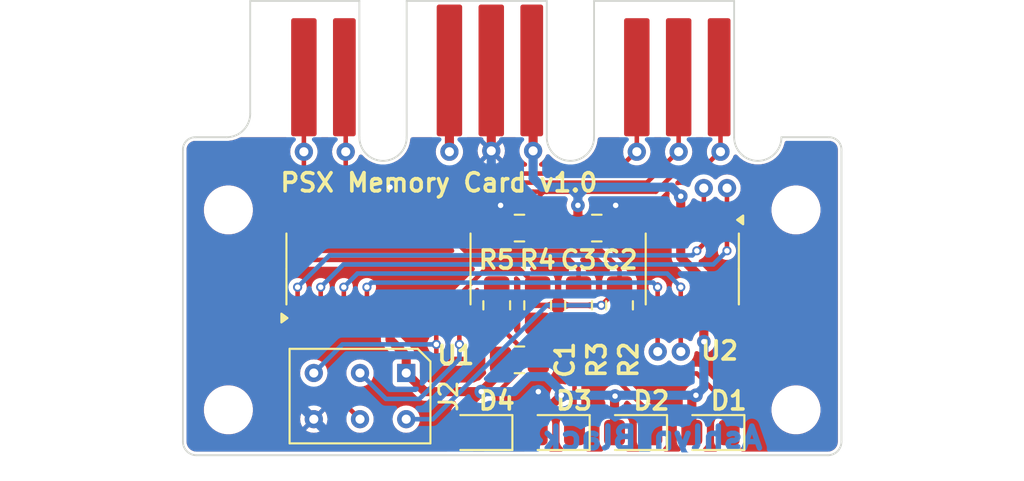
<source format=kicad_pcb>
(kicad_pcb (version 20240108) (generator "pcbnew") (generator_version "8.0")
  (title_block (title "PSX Memory Card") (date "2024-07-09") (rev "0") (company "Ashlyn Black"))
  (layers (0 "F.Cu" signal) (31 "B.Cu" signal) (34 "B.Paste" user) (35 "F.Paste" user) (36 "B.SilkS" user "B.Silkscreen") (37 "F.SilkS" user "F.Silkscreen") (38 "B.Mask" user) (39 "F.Mask" user) (44 "Edge.Cuts" user))
  (net 0 "")
  (net 1 "VDD")
  (net 2 "GND")
  (net 3 "Net-(D1-K)")
  (net 4 "Net-(D2-K)")
  (net 5 "Net-(D3-K)")
  (net 6 "Net-(D4-K)")
  (net 7 "/DAT")
  (net 8 "/CMD")
  (net 9 "/CLK")
  (net 10 "/~{ACK}")
  (net 12 "/~{CS}")
  (net 13 "/PIO")
  (net 14 "/PCK")
  (net 15 "/VPP")
  (net 16 "/~{ATT}")
  (net 17 "/MOSI")
  (net 18 "/MISO")
  (net 19 "/SCLK")
  (net 20 "Net-(J2-Pin_4)")
  (net 21 "+7.5V")
  (footprint "MountingHole:MountingHole_2.2mm_M2_DIN965" (layer "F.Cu") (at 171.7 111)
    (property "Reference" "REF**" (hide yes))
    (property "Value" "MountingHole_2.2mm_M2_DIN965")
  )
  (footprint "PSX_MEM:TestPoint" (layer "F.Cu") (at 144.65 96.8)
    (property "Reference" "TP1" (hide yes))
    (property "Value" "TestPoint" (hide yes))
  )
  (footprint "Resistor_SMD:R_0805_2012Metric_Pad1.20x1.40mm_HandSolder" (layer "F.Cu") (at 159.75 105.25 90)
    (property "Reference" "R3")
    (property "Value" "1kΩ")
  )
  (footprint "Capacitor_SMD:C_0805_2012Metric_Pad1.18x1.45mm_HandSolder" (layer "F.Cu") (at 160.75 101)
    (property "Reference" "C2")
    (property "Value" "100nF")
  )
  (footprint "MountingHole:MountingHole_2.2mm_M2_DIN965" (layer "F.Cu") (at 171.7 100)
    (property "Reference" "REF**" (hide yes))
    (property "Value" "MountingHole_2.2mm_M2_DIN965")
  )
  (footprint "PSX_MEM:TestPoint" (layer "F.Cu") (at 165.37 107.8)
    (property "Reference" "TP10" (hide yes))
    (property "Value" "TestPoint" (hide yes))
  )
  (footprint "PSX_MEM:TestPoint" (layer "F.Cu") (at 152.65 96.8)
    (property "Reference" "TP3" (hide yes))
    (property "Value" "TestPoint" (hide yes))
  )
  (footprint "PSX_MEM:TestPoint" (layer "F.Cu") (at 164.1 107.8)
    (property "Reference" "TP12" (hide yes))
    (property "Value" "TestPoint" (hide yes))
  )
  (footprint "PSX_MEM:TestPoint" (layer "F.Cu") (at 157.25 96.75)
    (property "Reference" "TP5" (hide yes))
    (property "Value" "TestPoint" (hide yes))
  )
  (footprint "MountingHole:MountingHole_2.2mm_M2_DIN965" (layer "F.Cu") (at 140.5 111)
    (property "Reference" "REF**" (hide yes))
    (property "Value" "MountingHole_2.2mm_M2_DIN965")
  )
  (footprint "PSX_MEM:TestPoint" (layer "F.Cu") (at 165.25 96.8)
    (property "Reference" "TP7" (hide yes))
    (property "Value" "TestPoint" (hide yes))
  )
  (footprint "PSX_MEM:TestPoint" (layer "F.Cu") (at 167.55 96.8)
    (property "Reference" "TP8" (hide yes))
    (property "Value" "TestPoint" (hide yes))
  )
  (footprint "Resistor_SMD:R_0805_2012Metric_Pad1.20x1.40mm_HandSolder" (layer "F.Cu") (at 155.25 105.25 90)
    (property "Reference" "R5")
    (property "Value" "1kΩ")
  )
  (footprint "Package_SO:SOIC-16_3.9x9.9mm_P1.27mm" (layer "F.Cu") (at 148.75 103.25 90)
    (property "Reference" "U1")
    (property "Value" "PFS154-S16")
  )
  (footprint "Resistor_SMD:R_0805_2012Metric_Pad1.20x1.40mm_HandSolder" (layer "F.Cu") (at 162 105.25 90)
    (property "Reference" "R2")
    (property "Value" "1kΩ")
  )
  (footprint "Package_SO:SOIC-8_3.9x4.9mm_P1.27mm" (layer "F.Cu") (at 166 103.25 -90)
    (property "Reference" "U2")
    (property "Value" "ZD25WQ16C")
  )
  (footprint "PSX_MEM:Debug_2x03_P2.54mm" (layer "F.Cu") (at 150.275 108.975 -90)
    (property "Reference" "J2")
    (property "Value" "Conn_01x06")
  )
  (footprint "PSX_MEM:TestPoint" (layer "F.Cu") (at 166.63 98.8)
    (property "Reference" "TP11" (hide yes))
    (property "Value" "TestPoint" (hide yes))
  )
  (footprint "PSX_MEM:TestPoint" (layer "F.Cu") (at 162.95 96.8)
    (property "Reference" "TP6" (hide yes))
    (property "Value" "TestPoint" (hide yes))
  )
  (footprint "PSX_MEM:TestPoint" (layer "F.Cu") (at 154.95 96.75)
    (property "Reference" "TP4" (hide yes))
    (property "Value" "TestPoint" (hide yes))
  )
  (footprint "MountingHole:MountingHole_2.2mm_M2_DIN965" (layer "F.Cu") (at 140.5 100)
    (property "Reference" "REF**" (hide yes))
    (property "Value" "MountingHole_2.2mm_M2_DIN965")
  )
  (footprint "LED_SMD:LED_0805_2012Metric_Pad1.15x1.40mm_HandSolder" (layer "F.Cu") (at 167 112.25 180)
    (property "Reference" "D1")
    (property "Value" "LED_Filled")
  )
  (footprint "PSX_MEM:TestPoint" (layer "F.Cu") (at 167.91 98.8)
    (property "Reference" "TP9" (hide yes))
    (property "Value" "TestPoint" (hide yes))
  )
  (footprint "Resistor_SMD:R_0805_2012Metric_Pad1.20x1.40mm_HandSolder" (layer "F.Cu") (at 157.5 105.25 90)
    (property "Reference" "R4")
    (property "Value" "1kΩ")
  )
  (footprint "PSX_MEM:TestPoint" (layer "F.Cu") (at 146.95 96.8)
    (property "Reference" "TP2" (hide yes))
    (property "Value" "TestPoint" (hide yes))
  )
  (footprint "LED_SMD:LED_0805_2012Metric_Pad1.15x1.40mm_HandSolder" (layer "F.Cu") (at 162.75 112.25 180)
    (property "Reference" "D2")
    (property "Value" "LED_Filled")
  )
  (footprint "LED_SMD:LED_0805_2012Metric_Pad1.15x1.40mm_HandSolder" (layer "F.Cu") (at 154.25 112.25 180)
    (property "Reference" "D4")
    (property "Value" "LED_Filled")
  )
  (footprint "LED_SMD:LED_0805_2012Metric_Pad1.15x1.40mm_HandSolder" (layer "F.Cu") (at 158.5 112.25 180)
    (property "Reference" "D3")
    (property "Value" "LED_Filled")
  )
  (footprint "Capacitor_SMD:C_0805_2012Metric_Pad1.18x1.45mm_HandSolder" (layer "F.Cu") (at 156.5 101 180)
    (property "Reference" "C3")
    (property "Value" "47µF")
  )
  (footprint "Capacitor_SMD:C_0805_2012Metric_Pad1.18x1.45mm_HandSolder" (layer "F.Cu") (at 156.5 108.25)
    (property "Reference" "C1")
    (property "Value" "100nF")
  )
  (gr_poly (pts (xy 162.196808 111.742166) (xy 162.198227 111.742276) (xy 162.199646 111.7424) (xy 162.201065 111.742536) (xy 162.202484 111.742685) (xy 162.609192 111.742693) (xy 162.611652 111.742681) (xy 162.61411 111.74271) (xy 162.616566 111.742778) (xy 162.61902 111.742886) (xy 162.621473 111.743034) (xy 162.623923 111.743221) (xy 162.62637 111.743448) (xy 162.628815 111.743715) (xy 162.630886 111.743929) (xy 162.632957 111.744173) (xy 162.635029 111.744444) (xy 162.6371 111.744745) (xy 162.639432 111.745209) (xy 162.641756 111.745708) (xy 162.644072 111.746245) (xy 162.646378 111.74682) (xy 162.647415 111.747077) (xy 162.648453 111.747339) (xy 162.64949 111.747595) (xy 162.650528 111.747858) (xy 162.652345 111.748469) (xy 162.654156 111.749101) (xy 162.655961 111.749757) (xy 162.657761 111.750436) (xy 162.659317 111.750927) (xy 162.660872 111.751436) (xy 162.662423 111.751962) (xy 162.663971 111.752504) (xy 162.665479 111.753093) (xy 162.66698 111.753698) (xy 162.668475 111.75432) (xy 162.669962 111.754958) (xy 162.671441 111.755612) (xy 162.672912 111.756282) (xy 162.674374 111.756967) (xy 162.675827 111.757669) (xy 162.677481 111.758503) (xy 162.679126 111.759358) (xy 162.68076 111.760233) (xy 162.682384 111.761129) (xy 162.683999 111.762044) (xy 162.685603 111.76298) (xy 162.687197 111.763935) (xy 162.688782 111.764909) (xy 162.689822 111.765542) (xy 162.690859 111.766182) (xy 162.691887 111.76683) (xy 162.692902 111.767488) (xy 162.694736 111.768743) (xy 162.696552 111.770023) (xy 162.698352 111.771329) (xy 162.700134 111.772661) (xy 162.700395 111.772788) (xy 162.700651 111.772917) (xy 162.701157 111.77318) (xy 162.703783 111.775245) (xy 162.706362 111.777367) (xy 162.708895 111.779545) (xy 162.711378 111.781779) (xy 162.713812 111.784067) (xy 162.716196 111.786409) (xy 162.718529 111.788805) (xy 162.72081 111.791254) (xy 162.721823 111.792446) (xy 162.722824 111.793649) (xy 162.723813 111.794863) (xy 162.724791 111.796087) (xy 162.725756 111.797321) (xy 162.726709 111.798564) (xy 162.727649 111.799818) (xy 162.728577 111.80108) (xy 162.729086 111.801596) (xy 162.729338 111.801856) (xy 162.729462 111.801987) (xy 162.729584 111.802118) (xy 162.73092 111.803896) (xy 162.732227 111.805694) (xy 162.733506 111.807512) (xy 162.734756 111.809351) (xy 162.736033 111.811352) (xy 162.737277 111.813373) (xy 162.738488 111.815412) (xy 162.739666 111.817471) (xy 162.740811 111.819548) (xy 162.741923 111.821643) (xy 162.743003 111.823755) (xy 162.744049 111.825883) (xy 162.744568 111.826395) (xy 162.745244 111.827932) (xy 162.745899 111.829478) (xy 162.746538 111.831031) (xy 162.747162 111.83259) (xy 162.747686 111.833884) (xy 162.747945 111.834533) (xy 162.748199 111.835184) (xy 162.749756 111.838289) (xy 162.750296 111.83983) (xy 162.750818 111.841375) (xy 162.75132 111.842926) (xy 162.751801 111.844484) (xy 162.752352 111.846284) (xy 162.752882 111.84809) (xy 162.753386 111.849903) (xy 162.75386 111.851724) (xy 162.754725 111.854673) (xy 162.755531 111.857637) (xy 162.756281 111.860618) (xy 162.756973 111.863618) (xy 162.757108 111.864006) (xy 162.757238 111.864392) (xy 162.757492 111.86516) (xy 162.757796 111.867221) (xy 162.758068 111.869286) (xy 162.758312 111.871355) (xy 162.75853 111.87343) (xy 162.758682 111.874849) (xy 162.758818 111.876268) (xy 162.75894 111.877687) (xy 162.759048 111.879106) (xy 162.759181 111.880849) (xy 162.759295 111.882592) (xy 162.759387 111.884336) (xy 162.75946 111.886081) (xy 162.759513 111.887827) (xy 162.759546 111.889573) (xy 162.759559 111.89132) (xy 162.759552 111.893068) (xy 162.759552 112.453233) (xy 162.759612 112.455689) (xy 162.759632 112.458146) (xy 162.759612 112.460601) (xy 162.759552 112.463052) (xy 162.759612 112.465507) (xy 162.759632 112.467963) (xy 162.759612 112.47042) (xy 162.759552 112.472879) (xy 162.759552 113.081621) (xy 162.759621 113.084205) (xy 162.759645 113.086787) (xy 162.759627 113.08937) (xy 162.759567 113.091959) (xy 162.759596 113.094548) (xy 162.759579 113.097136) (xy 162.759517 113.099724) (xy 162.759409 113.10231) (xy 162.759256 113.104894) (xy 162.759059 113.107475) (xy 162.758816 113.110052) (xy 162.75853 113.112627) (xy 162.758221 113.114453) (xy 162.757889 113.116274) (xy 162.757535 113.118091) (xy 162.757158 113.119903) (xy 162.75676 113.12171) (xy 162.756339 113.123512) (xy 162.755896 113.125309) (xy 162.755432 113.1271) (xy 162.754853 113.129463) (xy 162.754236 113.131817) (xy 162.753582 113.13416) (xy 162.75289 113.136491) (xy 162.75216 113.138812) (xy 162.751392 113.14112) (xy 162.750585 113.143416) (xy 162.749741 113.1457) (xy 162.749741 113.14583) (xy 162.749743 113.145959) (xy 162.749744 113.146024) (xy 162.749747 113.146088) (xy 162.749751 113.146153) (xy 162.749756 113.146219) (xy 162.749132 113.147646) (xy 162.748493 113.149067) (xy 162.747838 113.150481) (xy 162.747162 113.151887) (xy 162.746418 113.153713) (xy 162.745653 113.155529) (xy 162.744868 113.157336) (xy 162.744064 113.159135) (xy 162.743559 113.160176) (xy 162.743303 113.160694) (xy 162.743042 113.161211) (xy 162.742163 113.162774) (xy 162.741266 113.164328) (xy 162.740349 113.165872) (xy 162.73941 113.167406) (xy 162.73903 113.168183) (xy 162.738642 113.168957) (xy 162.738245 113.169731) (xy 162.737839 113.170503) (xy 162.737335 113.171541) (xy 162.736085 113.173379) (xy 162.734808 113.175198) (xy 162.733505 113.176999) (xy 162.732178 113.178781) (xy 162.730854 113.180665) (xy 162.729502 113.182528) (xy 162.728124 113.184371) (xy 162.726717 113.186192) (xy 162.725283 113.187991) (xy 162.72382 113.189768) (xy 162.722329 113.191523) (xy 162.72081 113.193254) (xy 162.719751 113.19439) (xy 162.718681 113.195515) (xy 162.7176 113.19663) (xy 162.716507 113.197732) (xy 162.715403 113.198824) (xy 162.714287 113.199904) (xy 162.71316 113.200972) (xy 162.712021 113.202028) (xy 162.710983 113.203058) (xy 162.709336 113.204517) (xy 162.707666 113.205952) (xy 162.705977 113.207363) (xy 162.704269 113.208749) (xy 162.702414 113.210279) (xy 162.700534 113.211778) (xy 162.698629 113.213245) (xy 162.696701 113.214682) (xy 162.69475 113.216088) (xy 162.692777 113.217462) (xy 162.690782 113.218805) (xy 162.688766 113.220117) (xy 162.687498 113.220872) (xy 162.686223 113.221613) (xy 162.684941 113.222342) (xy 162.683651 113.223058) (xy 162.682354 113.223761) (xy 162.68105 113.224452) (xy 162.679739 113.225129) (xy 162.678421 113.225793) (xy 162.677391 113.226319) (xy 162.676361 113.226839) (xy 162.67457 113.22765) (xy 162.67277 113.228436) (xy 162.67096 113.229198) (xy 162.669144 113.229936) (xy 162.667859 113.2306) (xy 162.666567 113.231251) (xy 162.665266 113.23189) (xy 162.663956 113.232515) (xy 162.66105 113.233569) (xy 162.658123 113.234563) (xy 162.655176 113.235496) (xy 162.65221 113.236369) (xy 162.649226 113.23718) (xy 162.646223 113.23793) (xy 162.643203 113.238618) (xy 162.640167 113.239244) (xy 162.639392 113.239379) (xy 162.63862 113.239507) (xy 162.637852 113.23963) (xy 162.637085 113.239748) (xy 162.633628 113.240356) (xy 162.63016 113.240883) (xy 162.626682 113.241329) (xy 162.623196 113.241693) (xy 162.619702 113.241976) (xy 162.616202 113.242177) (xy 162.612699 113.242296) (xy 162.609192 113.242334) (xy 162.132706 113.242326) (xy 162.128507 113.242216) (xy 162.124319 113.241989) (xy 162.120144 113.241645) (xy 162.115983 113.241185) (xy 162.111841 113.24061) (xy 162.107718 113.23992) (xy 162.103618 113.239116) (xy 162.099543 113.238199) (xy 162.095495 113.237168) (xy 162.091477 113.236025) (xy 162.087491 113.23477) (xy 162.08354 113.233404) (xy 162.079626 113.231927) (xy 162.075751 113.23034) (xy 162.071919 113.228644) (xy 162.06813 113.226839) (xy 161.951859 113.171007) (xy 161.951209 113.170754) (xy 161.950563 113.170498) (xy 161.94928 113.169984) (xy 161.948761 113.169984) (xy 161.947306 113.169201) (xy 161.94586 113.168401) (xy 161.944423 113.167585) (xy 161.942995 113.166753) (xy 161.941576 113.165906) (xy 161.940167 113.165043) (xy 161.938768 113.164164) (xy 161.937378 113.163271) (xy 161.935281 113.162156) (xy 161.933203 113.161009) (xy 161.931144 113.15983) (xy 161.929108 113.158617) (xy 161.926643 113.156783) (xy 161.924217 113.1549) (xy 161.921829 113.152967) (xy 161.919481 113.150986) (xy 161.917174 113.148958) (xy 161.914909 113.146882) (xy 161.912686 113.144761) (xy 161.910507 113.142595) (xy 161.851608 113.086275) (xy 161.851347 113.086017) (xy 161.851089 113.085759) (xy 161.850571 113.085237) (xy 161.849389 113.083965) (xy 161.848223 113.082678) (xy 161.847071 113.081376) (xy 161.845932 113.080057) (xy 161.844427 113.078515) (xy 161.842945 113.076952) (xy 161.841487 113.075367) (xy 161.840052 113.073762) (xy 161.83864 113.072137) (xy 161.837252 113.070493) (xy 161.835889 113.06883) (xy 161.834549 113.067148) (xy 161.834549 113.066637) (xy 161.832416 113.063699) (xy 161.830356 113.060712) (xy 161.828369 113.057677) (xy 161.826456 113.054595) (xy 161.824618 113.051467) (xy 161.822857 113.048296) (xy 161.821172 113.045081) (xy 161.819565 113.041826) (xy 161.761688 112.933824) (xy 161.75902 112.928484) (xy 161.756574 112.923058) (xy 161.754349 112.917552) (xy 161.752348 112.911973) (xy 161.750571 112.906328) (xy 161.749021 112.900625) (xy 161.747697 112.894869) (xy 161.746601 112.889067) (xy 161.745735 112.883227) (xy 161.745098 112.877356) (xy 161.744694 112.871459) (xy 161.744522 112.865545) (xy 161.744584 112.859619) (xy 161.744881 112.853689) (xy 161.745415 112.847762) (xy 161.746185 112.841844) (xy 161.746185 112.728159) (xy 162.044876 112.728159) (xy 162.044876 112.828409) (xy 162.075363 112.885248) (xy 162.102234 112.911607) (xy 162.164764 112.941576) (xy 162.458801 112.941576) (xy 162.458801 112.613435) (xy 162.214371 112.613435) (xy 162.092941 112.65323) (xy 162.075882 112.669244) (xy 162.044876 112.728159) (xy 161.746185 112.728159) (xy 161.746185 112.702837) (xy 161.745854 112.697689) (xy 161.7457 112.692545) (xy 161.745723 112.687407) (xy 161.745921 112.68228) (xy 161.746295 112.677169) (xy 161.746842 112.672078) (xy 161.747562 112.667012) (xy 161.748455 112.661974) (xy 161.749519 112.65697) (xy 161.750753 112.652004) (xy 161.752157 112.64708) (xy 161.75373 112.642203) (xy 161.75547 112.637376) (xy 161.757377 112.632605) (xy 161.75945 112.627894) (xy 161.761688 112.623247) (xy 161.820602 112.51111) (xy 161.822091 112.508158) (xy 161.823642 112.505241) (xy 161.825256 112.502362) (xy 161.826932 112.49952) (xy 161.828669 112.496718) (xy 161.830467 112.493955) (xy 161.832324 112.491233) (xy 161.83424 112.488553) (xy 161.836214 112.485915) (xy 161.838247 112.483322) (xy 161.840336 112.480773) (xy 161.842481 112.47827) (xy 161.844681 112.475814) (xy 161.846936 112.473406) (xy 161.849246 112.471046) (xy 161.851608 112.468736) (xy 161.889847 112.432046) (xy 161.889449 112.431404) (xy 161.889057 112.43076) (xy 161.888671 112.430114) (xy 161.88829 112.429468) (xy 161.8874 112.428144) (xy 161.886525 112.42681) (xy 161.885665 112.425467) (xy 161.884819 112.424115) (xy 161.883988 112.422753) (xy 161.883171 112.421384) (xy 161.882367 112.420005) (xy 161.881577 112.418619) (xy 161.881058 112.4181) (xy 161.822144 112.304925) (xy 161.821892 112.304408) (xy 161.821766 112.30415) (xy 161.82164 112.303896) (xy 161.819108 112.298734) (xy 161.816779 112.293485) (xy 161.814654 112.288154) (xy 161.812735 112.282748) (xy 161.811024 112.277272) (xy 161.809523 112.271732) (xy 161.808234 112.266134) (xy 161.807159 112.260484) (xy 161.807025 112.259969) (xy 161.806894 112.259453) (xy 161.806641 112.258417) (xy 161.806294 112.255454) (xy 161.806009 112.252485) (xy 161.805784 112.24951) (xy 161.805618 112.24653) (xy 161.805287 112.243822) (xy 161.805002 112.241111) (xy 161.804766 112.238398) (xy 161.804581 112.235681) (xy 161.804581 112.15558) (xy 162.105331 112.15558) (xy 162.105331 112.200014) (xy 162.1353 112.257898) (xy 162.160629 112.28219) (xy 162.224701 112.312677) (xy 162.458801 112.312677) (xy 162.458801 112.041376) (xy 162.229355 112.041376) (xy 162.159592 112.074449) (xy 162.1353 112.097696) (xy 162.105331 112.15558) (xy 161.804581 112.15558) (xy 161.804581 112.120439) (xy 161.804766 112.117718) (xy 161.805002 112.115003) (xy 161.805287 112.112294) (xy 161.805618 112.10959) (xy 161.806017 112.104917) (xy 161.806562 112.100262) (xy 161.807251 112.095628) (xy 161.808084 112.091019) (xy 161.809062 112.086438) (xy 161.810182 112.081889) (xy 161.811446 112.077375) (xy 161.812851 112.0729) (xy 161.813722 112.070317) (xy 161.814641 112.06775) (xy 161.815608 112.065201) (xy 161.816622 112.06267) (xy 161.817682 112.060159) (xy 161.818788 112.057666) (xy 161.81994 112.055195) (xy 161.821136 112.052743) (xy 161.821634 112.051966) (xy 161.821885 112.051579) (xy 161.822013 112.051387) (xy 161.822144 112.051195) (xy 161.881058 111.93802) (xy 161.881186 111.937763) (xy 161.881319 111.937505) (xy 161.881592 111.93699) (xy 161.88259 111.935291) (xy 161.883612 111.933604) (xy 161.884654 111.93193) (xy 161.885712 111.930269) (xy 161.886977 111.928116) (xy 161.888277 111.925985) (xy 161.889612 111.923877) (xy 161.890981 111.921793) (xy 161.892385 111.919732) (xy 161.893822 111.917696) (xy 161.895293 111.915684) (xy 161.896797 111.913697) (xy 161.898334 111.911735) (xy 161.899904 111.909799) (xy 161.901506 111.907889) (xy 161.90314 111.906006) (xy 161.904805 111.904149) (xy 161.906502 111.90232) (xy 161.90823 111.900518) (xy 161.909988 111.898744) (xy 161.970459 111.83983) (xy 161.97349 111.837068) (xy 161.976591 111.834393) (xy 161.97976 111.831807) (xy 161.982996 111.82931) (xy 161.986295 111.826904) (xy 161.989657 111.824589) (xy 161.993079 111.822368) (xy 161.996559 111.820242) (xy 162.000096 111.81821) (xy 162.003688 111.816276) (xy 162.007332 111.814439) (xy 162.011027 111.812701) (xy 162.014771 111.811064) (xy 162.018561 111.809527) (xy 162.022397 111.808094) (xy 162.026276 111.806764) (xy 162.129105 111.75612) (xy 162.130769 111.755444) (xy 162.132442 111.754787) (xy 162.134121 111.75415) (xy 162.135803 111.753534) (xy 162.139442 111.752083) (xy 162.143113 111.750729) (xy 162.146814 111.749473) (xy 162.150543 111.748314) (xy 162.154299 111.747253) (xy 162.158079 111.746291) (xy 162.161881 111.745427) (xy 162.165705 111.744663) (xy 162.169547 111.743998) (xy 162.173406 111.743433) (xy 162.17728 111.742969) (xy 162.181167 111.742605) (xy 162.185065 111.742343) (xy 162.188973 111.742182) (xy 162.192888 111.742123)) (stroke (width -0.000001)) (fill solid) (layer "B.Cu"))
  (gr_poly (pts (xy 167.439296 111.742964) (xy 167.446862 111.743621) (xy 167.454315 111.744648) (xy 167.461647 111.746035) (xy 167.468846 111.747772) (xy 167.475906 111.74985) (xy 167.482815 111.75226) (xy 167.489565 111.754993) (xy 167.496148 111.758039) (xy 167.502552 111.761389) (xy 167.50877 111.765033) (xy 167.514793 111.768963) (xy 167.52061 111.773168) (xy 167.526213 111.77764) (xy 167.531592 111.782369) (xy 167.536739 111.787346) (xy 167.541644 111.792562) (xy 167.546298 111.798007) (xy 167.550692 111.803671) (xy 167.554817 111.809546) (xy 167.558662 111.815622) (xy 167.56222 111.82189) (xy 167.565481 111.828341) (xy 167.568435 111.834965) (xy 167.571074 111.841752) (xy 167.573388 111.848694) (xy 167.575369 111.855781) (xy 167.577006 111.863004) (xy 167.578291 111.870354) (xy 167.579215 111.877821) (xy 167.579768 111.885395) (xy 167.579941 111.893068) (xy 167.579941 112.386575) (xy 167.580537 112.391598) (xy 167.580962 112.396633) (xy 167.581218 112.401677) (xy 167.581303 112.406725) (xy 167.581218 112.411772) (xy 167.580962 112.416816) (xy 167.580537 112.421851) (xy 167.579941 112.426874) (xy 167.579941 113.091959) (xy 167.579768 113.099631) (xy 167.579215 113.107206) (xy 167.578291 113.114672) (xy 167.577006 113.122022) (xy 167.575369 113.129245) (xy 167.573388 113.136332) (xy 167.571074 113.143273) (xy 167.568435 113.150061) (xy 167.565481 113.156684) (xy 167.56222 113.163134) (xy 167.558662 113.169402) (xy 167.554817 113.175478) (xy 167.550692 113.181353) (xy 167.546298 113.187017) (xy 167.541644 113.192461) (xy 167.536739 113.197676) (xy 167.531592 113.202653) (xy 167.526213 113.207382) (xy 167.52061 113.211853) (xy 167.514793 113.216058) (xy 167.50877 113.219988) (xy 167.502552 113.223632) (xy 167.496148 113.226981) (xy 167.489565 113.230027) (xy 167.482815 113.232759) (xy 167.475906 113.235169) (xy 167.468846 113.237248) (xy 167.461647 113.238985) (xy 167.454315 113.240371) (xy 167.446862 113.241398) (xy 167.439296 113.242055) (xy 167.431625 113.242334) (xy 167.424162 113.242167) (xy 167.416749 113.241632) (xy 167.409398 113.240735) (xy 167.402123 113.23948) (xy 167.394935 113.237873) (xy 167.387847 113.235919) (xy 167.380871 113.233622) (xy 167.37402 113.230989) (xy 167.367305 113.228024) (xy 167.36074 113.224732) (xy 167.354337 113.221118) (xy 167.348108 113.217188) (xy 167.342065 113.212946) (xy 167.336221 113.208398) (xy 167.330589 113.203549) (xy 167.32518 113.198404) (xy 167.320034 113.192996) (xy 167.315183 113.187364) (xy 167.310634 113.181521) (xy 167.306392 113.175478) (xy 167.302461 113.169249) (xy 167.298847 113.162845) (xy 167.295555 113.156279) (xy 167.292589 113.149564) (xy 167.289956 113.142712) (xy 167.28766 113.135736) (xy 167.285706 113.128647) (xy 167.284099 113.121459) (xy 167.282845 113.114183) (xy 167.281949 113.106833) (xy 167.281416 113.099421) (xy 167.28125 113.091959) (xy 167.28125 112.472879) (xy 167.21666 112.441865) (xy 167.109161 112.441865) (xy 167.06369 112.463563) (xy 167.04509 112.499223) (xy 167.04509 113.091959) (xy 167.044924 113.099422) (xy 167.044391 113.106835) (xy 167.043494 113.114186) (xy 167.04224 113.121462) (xy 167.040634 113.12865) (xy 167.03868 113.135739) (xy 167.036384 113.142715) (xy 167.033751 113.149567) (xy 167.030785 113.156282) (xy 167.027493 113.162847) (xy 167.023879 113.16925) (xy 167.019948 113.175479) (xy 167.015705 113.181522) (xy 167.011156 113.187365) (xy 167.006306 113.192996) (xy 167.00116 113.198404) (xy 166.995751 113.203549) (xy 166.990118 113.208398) (xy 166.984273 113.212947) (xy 166.97823 113.217189) (xy 166.972 113.221119) (xy 166.965595 113.224734) (xy 166.95903 113.228026) (xy 166.952314 113.230992) (xy 166.945462 113.233626) (xy 166.938486 113.235922) (xy 166.931398 113.237877) (xy 166.92421 113.239484) (xy 166.916936 113.240738) (xy 166.909587 113.241634) (xy 166.902175 113.242168) (xy 166.894714 113.242334) (xy 166.887025 113.24208) (xy 166.879439 113.241445) (xy 166.871966 113.240439) (xy 166.864614 113.239071) (xy 166.857394 113.237351) (xy 166.850314 113.235288) (xy 166.843383 113.232891) (xy 166.836612 113.23017) (xy 166.830008 113.227133) (xy 166.823582 113.223792) (xy 166.817343 113.220154) (xy 166.8113 113.216229) (xy 166.805462 113.212027) (xy 166.799838 113.207557) (xy 166.794439 113.202829) (xy 166.789272 113.197851) (xy 166.784348 113.192633) (xy 166.779676 113.187185) (xy 166.775264 113.181515) (xy 166.771123 113.175634) (xy 166.767261 113.169551) (xy 166.763688 113.163274) (xy 166.760413 113.156814) (xy 166.757445 113.15018) (xy 166.754794 113.143381) (xy 166.752469 113.136426) (xy 166.750479 113.129325) (xy 166.748833 113.122088) (xy 166.747541 113.114723) (xy 166.746612 113.10724) (xy 166.746055 113.099649) (xy 166.74588 113.091959) (xy 166.745895 112.470285) (xy 166.745762 112.465272) (xy 166.745797 112.460263) (xy 166.745999 112.45526) (xy 166.746368 112.450268) (xy 166.746903 112.445292) (xy 166.747603 112.440335) (xy 166.748468 112.435403) (xy 166.749496 112.430498) (xy 166.749496 112.42946) (xy 166.750578 112.424975) (xy 166.751795 112.420529) (xy 166.753148 112.416125) (xy 166.754635 112.411766) (xy 166.756255 112.407454) (xy 166.758007 112.403194) (xy 166.759889 112.398987) (xy 166.761902 112.394838) (xy 166.820297 112.28322) (xy 166.823181 112.277528) (xy 166.826293 112.271982) (xy 166.829629 112.266587) (xy 166.833182 112.26135) (xy 166.836947 112.256275) (xy 166.840916 112.25137) (xy 166.845085 112.24664) (xy 166.849447 112.242091) (xy 166.853997 112.237729) (xy 166.858727 112.23356) (xy 166.863633 112.229591) (xy 166.868708 112.225826) (xy 166.873946 112.222272) (xy 166.879341 112.218936) (xy 166.884888 112.215822) (xy 166.890579 112.212938) (xy 167.009949 112.156618) (xy 167.014238 112.154684) (xy 167.018579 112.152889) (xy 167.022967 112.151233) (xy 167.027399 112.149717) (xy 167.031873 112.148341) (xy 167.036383 112.147106) (xy 167.040928 112.146013) (xy 167.045504 112.145062) (xy 167.050107 112.144254) (xy 167.054733 112.14359) (xy 167.059381 112.14307) (xy 167.064046 112.142695) (xy 167.068724 112.142465) (xy 167.073413 112.142382) (xy 167.07811 112.142445) (xy 167.082809 112.142656) (xy 167.23526 112.142648) (xy 167.241023 112.14213) (xy 167.246793 112.141834) (xy 167.252566 112.141761) (xy 167.258335 112.141909) (xy 167.264094 112.14228) (xy 167.269837 112.142873) (xy 167.275558 112.143687) (xy 167.28125 112.144723) (xy 167.28125 111.893068) (xy 167.281416 111.885604) (xy 167.281949 111.878191) (xy 167.282845 111.87084) (xy 167.284099 111.863564) (xy 167.285706 111.856376) (xy 167.28766 111.849287) (xy 167.289956 111.842311) (xy 167.292589 111.835459) (xy 167.295555 111.828745) (xy 167.298847 111.822179) (xy 167.302461 111.815776) (xy 167.306392 111.809547) (xy 167.310634 111.803505) (xy 167.315183 111.797662) (xy 167.320034 111.79203) (xy 167.32518 111.786623) (xy 167.330589 111.781477) (xy 167.336221 111.776628) (xy 167.342065 111.77208) (xy 167.348108 111.767838) (xy 167.354337 111.763907) (xy 167.36074 111.760292) (xy 167.367305 111.757) (xy 167.37402 111.754034) (xy 167.380871 111.751399) (xy 167.387847 111.749102) (xy 167.394935 111.747147) (xy 167.402123 111.74554) (xy 167.409398 111.744284) (xy 167.416749 111.743387) (xy 167.424162 111.742852) (xy 167.431625 111.742685)) (stroke (width -0.000001)) (fill solid) (layer "B.Cu"))
  (gr_poly (pts (xy 169.267953 111.742215) (xy 169.270798 111.742318) (xy 169.273642 111.742476) (xy 169.276489 111.742693) (xy 169.278818 111.742694) (xy 169.281146 111.742732) (xy 169.283473 111.742807) (xy 169.285799 111.742918) (xy 169.288122 111.743064) (xy 169.290443 111.743246) (xy 169.292761 111.743463) (xy 169.295074 111.743715) (xy 169.297691 111.744136) (xy 169.300301 111.744603) (xy 169.302901 111.745116) (xy 169.305492 111.745676) (xy 169.308074 111.746281) (xy 169.310644 111.746931) (xy 169.313203 111.747627) (xy 169.31575 111.748369) (xy 169.318345 111.748816) (xy 169.32093 111.749311) (xy 169.323505 111.749852) (xy 169.326065 111.750436) (xy 169.32784 111.751071) (xy 169.329607 111.751727) (xy 169.331366 111.752404) (xy 169.333117 111.753104) (xy 169.334859 111.753825) (xy 169.336594 111.754568) (xy 169.338322 111.755333) (xy 169.340042 111.75612) (xy 169.340553 111.756378) (xy 169.34081 111.756511) (xy 169.341064 111.756647) (xy 169.345417 111.758764) (xy 169.349695 111.761019) (xy 169.353895 111.763408) (xy 169.358015 111.76593) (xy 169.362051 111.768583) (xy 169.366 111.771364) (xy 169.36986 111.774273) (xy 169.373627 111.777307) (xy 169.374146 111.777826) (xy 169.37762 111.780966) (xy 169.380992 111.78421) (xy 169.384259 111.787555) (xy 169.387419 111.791) (xy 169.390469 111.794541) (xy 169.393408 111.798176) (xy 169.396233 111.801903) (xy 169.398941 111.805719) (xy 169.399719 111.806491) (xy 169.400497 111.807275) (xy 169.401022 111.80831) (xy 169.401281 111.80883) (xy 169.401535 111.809351) (xy 169.40393 111.813012) (xy 169.406214 111.81674) (xy 169.408387 111.820532) (xy 169.410448 111.824385) (xy 169.412395 111.828297) (xy 169.414227 111.832266) (xy 169.415943 111.836289) (xy 169.417542 111.840364) (xy 169.417795 111.841137) (xy 169.417926 111.841522) (xy 169.41806 111.841905) (xy 169.709518 112.684228) (xy 169.711349 112.688147) (xy 169.713065 112.692114) (xy 169.714665 112.696127) (xy 169.716148 112.700183) (xy 169.717514 112.70428) (xy 169.718762 112.708416) (xy 169.719892 112.712587) (xy 169.720901 112.716791) (xy 169.834061 113.043375) (xy 169.836349 113.050457) (xy 169.838276 113.057612) (xy 169.839842 113.064828) (xy 169.841049 113.07209) (xy 169.841896 113.079386) (xy 169.842385 113.086702) (xy 169.842515 113.094025) (xy 169.842289 113.101342) (xy 169.841706 113.108639) (xy 169.840767 113.115902) (xy 169.839473 113.123119) (xy 169.837824 113.130277) (xy 169.835822 113.137362) (xy 169.833466 113.14436) (xy 169.830758 113.151259) (xy 169.827698 113.158044) (xy 169.824305 113.16467) (xy 169.820605 113.171091) (xy 169.816607 113.1773) (xy 169.812322 113.183286) (xy 169.807759 113.189041) (xy 169.802929 113.194557) (xy 169.79784 113.199824) (xy 169.792503 113.204834) (xy 169.786929 113.209577) (xy 169.781125 113.214045) (xy 169.775104 113.21823) (xy 169.768874 113.222121) (xy 169.762445 113.225711) (xy 169.755827 113.228991) (xy 169.749031 113.231951) (xy 169.742065 113.234582) (xy 169.734947 113.236855) (xy 169.727755 113.238762) (xy 169.720505 113.240306) (xy 169.713209 113.241486) (xy 169.705882 113.242304) (xy 169.698535 113.24276) (xy 169.691183 113.242856) (xy 169.68384 113.242591) (xy 169.676518 113.241968) (xy 169.669231 113.240986) (xy 169.661993 113.239646) (xy 169.654816 113.237949) (xy 169.647715 113.235896) (xy 169.640703 113.233488) (xy 169.633793 113.230726) (xy 169.626999 113.227609) (xy 169.620368 113.224158) (xy 169.613945 113.220399) (xy 169.607739 113.216341) (xy 169.60176 113.211995) (xy 169.596015 113.20737) (xy 169.590514 113.202478) (xy 169.585265 113.197327) (xy 169.580278 113.191929) (xy 169.575562 113.186294) (xy 169.571125 113.180431) (xy 169.566977 113.17435) (xy 169.563126 113.168063) (xy 169.559581 113.161579) (xy 169.556351 113.154908) (xy 169.553446 113.14806) (xy 169.550873 113.141046) (xy 169.466644 112.898691) (xy 169.086304 112.898691) (xy 169.00206 113.141038) (xy 168.999484 113.148078) (xy 168.996574 113.154949) (xy 168.993338 113.161643) (xy 168.989787 113.168149) (xy 168.985928 113.174457) (xy 168.98177 113.180556) (xy 168.977323 113.186437) (xy 168.972595 113.192089) (xy 168.967596 113.197501) (xy 168.962333 113.202665) (xy 168.956817 113.207569) (xy 168.951055 113.212203) (xy 168.945057 113.216557) (xy 168.938832 113.220621) (xy 168.932389 113.224385) (xy 168.925735 113.227838) (xy 168.918918 113.230955) (xy 168.911985 113.233716) (xy 168.904949 113.236121) (xy 168.897825 113.238169) (xy 168.890625 113.239859) (xy 168.883364 113.24119) (xy 168.876055 113.242162) (xy 168.868711 113.242773) (xy 168.861347 113.243022) (xy 168.853975 113.24291) (xy 168.846609 113.242435) (xy 168.839263 113.241597) (xy 168.831951 113.240394) (xy 168.824685 113.238825) (xy 168.81748 113.236891) (xy 168.810349 113.23459) (xy 168.803144 113.231835) (xy 168.796162 113.228753) (xy 168.78941 113.225354) (xy 168.782892 113.221652) (xy 168.776614 113.217659) (xy 168.770582 113.213385) (xy 168.764802 113.208844) (xy 168.759279 113.204047) (xy 168.75402 113.199007) (xy 168.749029 113.193735) (xy 168.744314 113.188243) (xy 168.739878 113.182543) (xy 168.735729 113.176647) (xy 168.731872 113.170568) (xy 168.728312 113.164316) (xy 168.725056 113.157905) (xy 168.722108 113.151346) (xy 168.719476 113.144651) (xy 168.717164 113.137833) (xy 168.715178 113.130902) (xy 168.713525 113.123872) (xy 168.712209 113.116754) (xy 168.711236 113.109559) (xy 168.710613 113.102301) (xy 168.710345 113.094991) (xy 168.710437 113.087641) (xy 168.710896 113.080264) (xy 168.711727 113.07287) (xy 168.712936 113.065472) (xy 168.714529 113.058082) (xy 168.71651 113.050712) (xy 168.718887 113.043375) (xy 168.833603 112.712129) (xy 168.834452 112.708881) (xy 168.835373 112.705655) (xy 168.836366 112.702451) (xy 168.837431 112.699272) (xy 168.838566 112.696117) (xy 168.839772 112.692989) (xy 168.841047 112.689888) (xy 168.842392 112.686815) (xy 168.872446 112.6) (xy 169.189651 112.6) (xy 169.363297 112.6) (xy 169.276474 112.349886) (xy 169.189651 112.6) (xy 168.872446 112.6) (xy 169.134888 111.841905) (xy 169.135757 111.840207) (xy 169.136648 111.838522) (xy 169.137559 111.836848) (xy 169.138489 111.835184) (xy 169.139453 111.83286) (xy 169.140457 111.830554) (xy 169.1415 111.828265) (xy 169.142582 111.825994) (xy 169.143703 111.823742) (xy 169.144862 111.821509) (xy 169.146059 111.819295) (xy 169.147293 111.817102) (xy 169.148477 111.815097) (xy 169.149692 111.81311) (xy 169.150938 111.811142) (xy 169.152214 111.809193) (xy 169.153518 111.807264) (xy 169.15485 111.805355) (xy 169.156209 111.803467) (xy 169.157593 111.801599) (xy 169.15916 111.799627) (xy 169.160762 111.797683) (xy 169.162396 111.795766) (xy 169.164063 111.793877) (xy 169.16576 111.792017) (xy 169.167489 111.790185) (xy 169.169248 111.788381) (xy 169.171036 111.786607) (xy 169.172812 111.78482) (xy 169.174618 111.783063) (xy 169.176452 111.781337) (xy 169.178316 111.779642) (xy 169.180209 111.777978) (xy 169.182132 111.776346) (xy 169.184084 111.774747) (xy 169.186066 111.77318) (xy 169.18793 111.771781) (xy 169.189816 111.770413) (xy 169.191722 111.769075) (xy 169.193647 111.767767) (xy 169.195592 111.766488) (xy 169.197556 111.76524) (xy 169.199538 111.764022) (xy 169.201538 111.762834) (xy 169.203734 111.761605) (xy 169.205949 111.760414) (xy 169.208184 111.75926) (xy 169.210438 111.758145) (xy 169.21271 111.757068) (xy 169.215001 111.756029) (xy 169.217309 111.755029) (xy 169.219635 111.754068) (xy 169.221298 111.753129) (xy 169.222969 111.752212) (xy 169.224652 111.751315) (xy 169.226349 111.750436) (xy 169.22879 111.749857) (xy 169.231239 111.74932) (xy 169.2337 111.748824) (xy 169.236176 111.748369) (xy 169.238849 111.747612) (xy 169.241536 111.746906) (xy 169.244235 111.746249) (xy 169.246944 111.745641) (xy 169.249664 111.745084) (xy 169.252393 111.744577) (xy 169.25513 111.744121) (xy 169.257874 111.743715) (xy 169.259673 111.743296) (xy 169.261478 111.742898) (xy 169.263289 111.742521) (xy 169.265106 111.742166)) (stroke (width -0.000001)) (fill solid) (layer "B.Cu"))
  (gr_poly (pts (xy 166.308618 111.742965) (xy 166.316183 111.743623) (xy 166.323635 111.74465) (xy 166.330965 111.746037) (xy 166.338164 111.747775) (xy 166.345222 111.749854) (xy 166.352131 111.752264) (xy 166.35888 111.754997) (xy 166.365462 111.758044) (xy 166.371866 111.761394) (xy 166.378083 111.765038) (xy 166.384105 111.768968) (xy 166.389922 111.773174) (xy 166.395524 111.777646) (xy 166.400903 111.782375) (xy 166.40605 111.787352) (xy 166.410954 111.792568) (xy 166.415608 111.798012) (xy 166.420002 111.803677) (xy 166.424126 111.809552) (xy 166.427971 111.815628) (xy 166.431529 111.821895) (xy 166.43479 111.828346) (xy 166.437744 111.834969) (xy 166.440383 111.841756) (xy 166.442697 111.848698) (xy 166.444677 111.855784) (xy 166.446315 111.863007) (xy 166.4476 111.870356) (xy 166.448523 111.877822) (xy 166.449076 111.885396) (xy 166.449249 111.893068) (xy 166.449249 112.90024) (xy 166.449942 112.90603) (xy 166.450409 112.911828) (xy 166.45065 112.917626) (xy 166.450666 112.923419) (xy 166.450459 112.929199) (xy 166.45003 112.934961) (xy 166.449379 112.940698) (xy 166.448509 112.946404) (xy 166.44742 112.952072) (xy 166.446113 112.957696) (xy 166.44459 112.96327) (xy 166.442851 112.968787) (xy 166.440897 112.974241) (xy 166.43873 112.979625) (xy 166.436352 112.984934) (xy 166.433762 112.99016) (xy 166.373306 113.103845) (xy 166.372308 113.105543) (xy 166.371283 113.107228) (xy 166.370231 113.1089) (xy 166.369156 113.110559) (xy 166.368249 113.112084) (xy 166.367325 113.113599) (xy 166.366383 113.115102) (xy 166.365423 113.116595) (xy 166.364446 113.118076) (xy 166.36345 113.119547) (xy 166.362437 113.121006) (xy 166.361404 113.122453) (xy 166.361276 113.122711) (xy 166.361145 113.122967) (xy 166.361014 113.123223) (xy 166.360886 113.123476) (xy 166.3591 113.125801) (xy 166.35727 113.128091) (xy 166.355396 113.130344) (xy 166.353477 113.13256) (xy 166.351516 113.134738) (xy 166.349513 113.136878) (xy 166.347468 113.138978) (xy 166.345383 113.141038) (xy 166.343137 113.143273) (xy 166.340847 113.145458) (xy 166.338513 113.147592) (xy 166.336136 113.149676) (xy 166.333717 113.151709) (xy 166.331257 113.15369) (xy 166.328756 113.155618) (xy 166.326216 113.157493) (xy 166.323637 113.159314) (xy 166.321019 113.161081) (xy 166.318365 113.162793) (xy 166.315675 113.164449) (xy 166.312948 113.166048) (xy 166.310188 113.167591) (xy 166.307393 113.169076) (xy 166.304565 113.170503) (xy 166.185699 113.226839) (xy 166.178674 113.229962) (xy 166.171575 113.232699) (xy 166.164415 113.235053) (xy 166.157207 113.237029) (xy 166.149964 113.238632) (xy 166.142697 113.239864) (xy 166.135419 113.240732) (xy 166.128143 113.241238) (xy 166.12088 113.241389) (xy 166.113644 113.241187) (xy 166.106446 113.240638) (xy 166.0993 113.239745) (xy 166.092217 113.238514) (xy 166.08521 113.236948) (xy 166.078292 113.235052) (xy 166.071474 113.232831) (xy 166.06477 113.230288) (xy 166.058191 113.227428) (xy 166.05175 113.224255) (xy 166.04546 113.220774) (xy 166.039333 113.21699) (xy 166.033381 113.212905) (xy 166.027617 113.208526) (xy 166.022053 113.203856) (xy 166.016701 113.1989) (xy 166.011575 113.193662) (xy 166.006686 113.188146) (xy 166.002046 113.182357) (xy 165.99767 113.176299) (xy 165.993567 113.169977) (xy 165.989752 113.163395) (xy 165.986237 113.156557) (xy 165.983143 113.149544) (xy 165.980434 113.14246) (xy 165.978106 113.135316) (xy 165.976154 113.128125) (xy 165.974573 113.120899) (xy 165.97336 113.113651) (xy 165.97251 113.106392) (xy 165.972018 113.099135) (xy 165.971881 113.091893) (xy 165.972094 113.084677) (xy 165.972652 113.0775) (xy 165.973552 113.070375) (xy 165.974788 113.063313) (xy 165.976358 113.056327) (xy 165.978255 113.049429) (xy 165.980476 113.042632) (xy 165.983017 113.035947) (xy 165.985873 113.029388) (xy 165.98904 113.022966) (xy 165.992514 113.016694) (xy 165.996289 113.010584) (xy 166.000362 113.004649) (xy 166.004729 112.9989) (xy 166.009385 112.993351) (xy 166.014326 112.988012) (xy 166.019547 112.982898) (xy 166.025044 112.978019) (xy 166.030813 112.973389) (xy 166.036849 112.969019) (xy 166.043148 112.964923) (xy 166.049706 112.961111) (xy 166.056519 112.957597) (xy 166.12886 112.922975) (xy 166.150558 112.881639) (xy 166.150558 111.893068) (xy 166.150724 111.885604) (xy 166.151258 111.878191) (xy 166.152154 111.87084) (xy 166.153408 111.863563) (xy 166.155014 111.856374) (xy 166.156968 111.849285) (xy 166.159264 111.842308) (xy 166.161898 111.835455) (xy 166.164863 111.82874) (xy 166.168155 111.822174) (xy 166.17177 111.81577) (xy 166.1757 111.809541) (xy 166.179943 111.803498) (xy 166.184492 111.797654) (xy 166.189342 111.792023) (xy 166.194489 111.786615) (xy 166.199898 111.78147) (xy 166.205531 111.77662) (xy 166.211375 111.772072) (xy 166.217419 111.76783) (xy 166.223649 111.763899) (xy 166.230054 111.760285) (xy 166.23662 111.756993) (xy 166.243336 111.754027) (xy 166.250188 111.751393) (xy 166.257166 111.749097) (xy 166.264255 111.747142) (xy 166.271444 111.745535) (xy 166.278721 111.744281) (xy 166.286072 111.743384) (xy 166.293486 111.742851) (xy 166.300949 111.742685)) (stroke (width -0.000001)) (fill solid) (layer "B.Cu"))
  (gr_poly (pts (xy 161.366579 111.742852) (xy 161.373992 111.743387) (xy 161.381343 111.744284) (xy 161.388618 111.74554) (xy 161.395806 111.747147) (xy 161.402894 111.749102) (xy 161.40987 111.751399) (xy 161.416721 111.754034) (xy 161.423436 111.757) (xy 161.430001 111.760292) (xy 161.436404 111.763907) (xy 161.442633 111.767838) (xy 161.448676 111.77208) (xy 161.45452 111.776628) (xy 161.460152 111.781477) (xy 161.465561 111.786623) (xy 161.470707 111.79203) (xy 161.475558 111.797662) (xy 161.480107 111.803505) (xy 161.484349 111.809547) (xy 161.48828 111.815776) (xy 161.491895 111.822179) (xy 161.495188 111.828745) (xy 161.498154 111.835459) (xy 161.500788 111.842311) (xy 161.503085 111.849287) (xy 161.50504 111.856376) (xy 161.506648 111.863564) (xy 161.507904 111.87084) (xy 161.508802 111.878191) (xy 161.509338 111.885604) (xy 161.509506 111.893068) (xy 161.509506 112.909013) (xy 161.509606 112.91108) (xy 161.509678 112.913147) (xy 161.509721 112.915215) (xy 161.509735 112.917284) (xy 161.509721 112.919352) (xy 161.509678 112.92142) (xy 161.509606 112.923488) (xy 161.509506 112.925554) (xy 161.509414 112.927492) (xy 161.509298 112.929429) (xy 161.509156 112.931364) (xy 161.508987 112.933298) (xy 161.508785 112.93563) (xy 161.508543 112.937958) (xy 161.508264 112.940285) (xy 161.50795 112.942613) (xy 161.50783 112.943521) (xy 161.5077 112.944425) (xy 161.507561 112.94533) (xy 161.507416 112.946237) (xy 161.507173 112.947403) (xy 161.506924 112.948565) (xy 161.506669 112.949723) (xy 161.506409 112.950876) (xy 161.506037 112.952704) (xy 161.505642 112.954528) (xy 161.505224 112.956345) (xy 161.504784 112.958157) (xy 161.50432 112.959963) (xy 161.503834 112.961762) (xy 161.503325 112.963555) (xy 161.502792 112.965341) (xy 161.502539 112.966379) (xy 161.502408 112.966897) (xy 161.502274 112.967416) (xy 161.501893 112.968452) (xy 161.501507 112.969485) (xy 161.501115 112.970514) (xy 161.500717 112.971536) (xy 161.500189 112.972978) (xy 161.499645 112.974416) (xy 161.499085 112.975847) (xy 161.49851 112.977274) (xy 161.497921 112.978694) (xy 161.497316 112.980109) (xy 161.496697 112.981517) (xy 161.496063 112.982919) (xy 161.49556 112.983957) (xy 161.494576 112.986083) (xy 161.493558 112.988192) (xy 161.492507 112.990285) (xy 161.491423 112.992361) (xy 161.490307 112.994419) (xy 161.489159 112.99646) (xy 161.48798 112.998484) (xy 161.486771 113.00049) (xy 161.433548 113.103845) (xy 161.432762 113.105297) (xy 161.43196 113.10674) (xy 161.431142 113.108174) (xy 161.430307 113.109599) (xy 161.429457 113.111014) (xy 161.428589 113.112419) (xy 161.427705 113.113813) (xy 161.426804 113.115198) (xy 161.426171 113.116111) (xy 161.425531 113.117019) (xy 161.424883 113.117925) (xy 161.424225 113.118829) (xy 161.42321 113.120384) (xy 161.422195 113.121927) (xy 161.420936 113.123635) (xy 161.419651 113.125325) (xy 161.418337 113.126996) (xy 161.417669 113.127825) (xy 161.416992 113.128648) (xy 161.415711 113.130262) (xy 161.414409 113.131858) (xy 161.413086 113.133436) (xy 161.411741 113.134996) (xy 161.410376 113.136537) (xy 161.408991 113.13806) (xy 161.407585 113.139563) (xy 161.406158 113.141046) (xy 161.40564 113.141565) (xy 161.403518 113.143658) (xy 161.401355 113.145708) (xy 161.399151 113.147715) (xy 161.396908 113.149677) (xy 161.394626 113.151594) (xy 161.392306 113.153465) (xy 161.38995 113.15529) (xy 161.387558 113.157068) (xy 161.385746 113.158327) (xy 161.383914 113.15956) (xy 161.382064 113.160764) (xy 161.380196 113.161941) (xy 161.37831 113.16309) (xy 161.376409 113.164211) (xy 161.374491 113.165304) (xy 161.372559 113.166368) (xy 161.370768 113.167308) (xy 161.368965 113.168225) (xy 161.367151 113.169118) (xy 161.365326 113.169984) (xy 161.245956 113.226839) (xy 161.239154 113.229942) (xy 161.232236 113.232692) (xy 161.225216 113.235086) (xy 161.218108 113.237125) (xy 161.210925 113.238808) (xy 161.20368 113.240133) (xy 161.196387 113.241101) (xy 161.18906 113.241709) (xy 161.181712 113.241958) (xy 161.174356 113.241846) (xy 161.167006 113.241373) (xy 161.159675 113.240538) (xy 161.152377 113.23934) (xy 161.145125 113.237778) (xy 161.137933 113.235852) (xy 161.130814 113.23356) (xy 161.123817 113.230917) (xy 161.116991 113.227942) (xy 161.110345 113.224645) (xy 161.10389 113.221035) (xy 161.097635 113.21712) (xy 161.091591 113.212911) (xy 161.085767 113.208415) (xy 161.080173 113.203641) (xy 161.074821 113.1986) (xy 161.069719 113.193299) (xy 161.064878 113.187749) (xy 161.060308 113.181957) (xy 161.056019 113.175932) (xy 161.05202 113.169685) (xy 161.048323 113.163223) (xy 161.044937 113.156557) (xy 161.041812 113.149531) (xy 161.039074 113.142432) (xy 161.036719 113.135272) (xy 161.034742 113.128064) (xy 161.033139 113.12082) (xy 161.031905 113.113553) (xy 161.031037 113.106274) (xy 161.03053 113.098997) (xy 161.030379 113.091734) (xy 161.03058 113.084497) (xy 161.031129 113.077299) (xy 161.032022 113.070152) (xy 161.033253 113.063069) (xy 161.034819 113.056061) (xy 161.036715 113.049142) (xy 161.038937 113.042324) (xy 161.04148 113.035619) (xy 161.04434 113.029039) (xy 161.047513 113.022598) (xy 161.050994 113.016307) (xy 161.054779 113.010179) (xy 161.058864 113.004226) (xy 161.063244 112.998461) (xy 161.067914 112.992897) (xy 161.072871 112.987545) (xy 161.07811 112.982418) (xy 161.083626 112.977529) (xy 161.089416 112.972889) (xy 161.095474 112.968512) (xy 161.101797 112.964409) (xy 161.10838 112.960594) (xy 161.115219 112.957079) (xy 161.188599 112.922456) (xy 161.20874 112.884737) (xy 161.20874 111.893068) (xy 161.208906 111.885604) (xy 161.209439 111.878191) (xy 161.210336 111.87084) (xy 161.21159 111.863563) (xy 161.213196 111.856374) (xy 161.21515 111.849285) (xy 161.217446 111.842308) (xy 161.220079 111.835455) (xy 161.223045 111.82874) (xy 161.226337 111.822174) (xy 161.229951 111.81577) (xy 161.233882 111.809541) (xy 161.238125 111.803498) (xy 161.242674 111.797654) (xy 161.247524 111.792023) (xy 161.25267 111.786615) (xy 161.258079 111.78147) (xy 161.263712 111.77662) (xy 161.269557 111.772072) (xy 161.2756 111.76783) (xy 161.281831 111.763899) (xy 161.288235 111.760285) (xy 161.294802 111.756993) (xy 161.301517 111.754027) (xy 161.30837 111.751393) (xy 161.315348 111.749097) (xy 161.322437 111.747142) (xy 161.329626 111.745535) (xy 161.336902 111.744281) (xy 161.344254 111.743384) (xy 161.351667 111.742851) (xy 161.359123 111.742685)) (stroke (width -0.000001)) (fill solid) (layer "B.Cu"))
  (gr_poly (pts (xy 165.771595 112.141171) (xy 165.777969 112.141626) (xy 165.777969 112.141634) (xy 165.782863 112.142177) (xy 165.787732 112.142881) (xy 165.792574 112.143744) (xy 165.797384 112.144764) (xy 165.80216 112.145942) (xy 165.806896 112.147276) (xy 165.811591 112.148765) (xy 165.816238 112.150407) (xy 165.823171 112.153189) (xy 165.829927 112.156298) (xy 165.836496 112.159725) (xy 165.842868 112.163461) (xy 165.849034 112.167497) (xy 165.854983 112.171823) (xy 165.860707 112.176431) (xy 165.866196 112.18131) (xy 165.871439 112.186453) (xy 165.876427 112.191849) (xy 165.88115 112.197489) (xy 165.885598 112.203365) (xy 165.889762 112.209467) (xy 165.893633 112.215785) (xy 165.897199 112.222311) (xy 165.900452 112.229036) (xy 165.903366 112.235914) (xy 165.905925 112.242897) (xy 165.908127 112.249972) (xy 165.909971 112.257125) (xy 165.911458 112.264344) (xy 165.912586 112.271614) (xy 165.913356 112.278922) (xy 165.913767 112.286254) (xy 165.913818 112.293599) (xy 165.913509 112.30094) (xy 165.91284 112.308267) (xy 165.911809 112.315564) (xy 165.910417 112.322819) (xy 165.908663 112.330018) (xy 165.906547 112.337147) (xy 165.904068 112.344194) (xy 165.627609 113.088853) (xy 165.712357 113.291429) (xy 165.731476 113.309518) (xy 165.799164 113.342584) (xy 165.408493 113.342584) (xy 165.327866 113.150865) (xy 165.327165 113.148555) (xy 165.326504 113.146235) (xy 165.325883 113.143905) (xy 165.325302 113.141565) (xy 165.32477 113.140411) (xy 165.324247 113.13925) (xy 165.323734 113.138086) (xy 165.323227 113.136919) (xy 165.029175 112.344194) (xy 165.026698 112.337147) (xy 165.024584 112.330018) (xy 165.022833 112.322819) (xy 165.021442 112.315564) (xy 165.020413 112.308267) (xy 165.019745 112.30094) (xy 165.019437 112.293599) (xy 165.019489 112.286254) (xy 165.019901 112.278922) (xy 165.020671 112.271614) (xy 165.0218 112.264344) (xy 165.023287 112.257125) (xy 165.025131 112.249972) (xy 165.027333 112.242897) (xy 165.029892 112.235914) (xy 165.032806 112.229036) (xy 165.036059 112.222311) (xy 165.039626 112.215785) (xy 165.043496 112.209467) (xy 165.04766 112.203365) (xy 165.052109 112.197489) (xy 165.056832 112.191849) (xy 165.061821 112.186453) (xy 165.067064 112.18131) (xy 165.072553 112.176431) (xy 165.078278 112.171823) (xy 165.084229 112.167497) (xy 165.090397 112.163461) (xy 165.096771 112.159725) (xy 165.103341 112.156298) (xy 165.110099 112.153189) (xy 165.117035 112.150407) (xy 165.117035 112.150926) (xy 165.121041 112.149496) (xy 165.12508 112.148182) (xy 165.129149 112.146984) (xy 165.133247 112.145903) (xy 165.137371 112.144938) (xy 165.141517 112.144091) (xy 165.145685 112.143361) (xy 165.14987 112.142749) (xy 165.154071 112.142256) (xy 165.158285 112.14188) (xy 165.162509 112.141624) (xy 165.166742 112.141487) (xy 165.170979 112.141469) (xy 165.17522 112.141572) (xy 165.179461 112.141794) (xy 165.183701 112.142137) (xy 165.189076 112.142754) (xy 165.194398 112.143559) (xy 165.199664 112.144549) (xy 165.204869 112.145721) (xy 165.21001 112.147073) (xy 165.215083 112.1486) (xy 165.220084 112.150302) (xy 165.225008 112.152173) (xy 165.234614 112.156414) (xy 165.243869 112.1613) (xy 165.252743 112.166807) (xy 165.261204 112.17291) (xy 165.269221 112.179586) (xy 165.276763 112.186811) (xy 165.283799 112.194559) (xy 165.290298 112.202809) (xy 165.293336 112.207113) (xy 165.296229 112.211534) (xy 165.298972 112.216068) (xy 165.301561 112.220712) (xy 165.303992 112.225463) (xy 165.306262 112.230318) (xy 165.308367 112.235273) (xy 165.310303 112.240327) (xy 165.466888 112.660974) (xy 165.62294 112.240327) (xy 165.625225 112.23436) (xy 165.627742 112.228536) (xy 165.633444 112.217336) (xy 165.639992 112.206761) (xy 165.647333 112.196846) (xy 165.655414 112.187625) (xy 165.664183 112.17913) (xy 165.673586 112.171396) (xy 165.683569 112.164458) (xy 165.69408 112.158348) (xy 165.705066 112.153101) (xy 165.716473 112.14875) (xy 165.728248 112.145329) (xy 165.740338 112.142872) (xy 165.752691 112.141414) (xy 165.765252 112.140987)) (stroke (width -0.000001)) (fill solid) (layer "B.Cu"))
  (gr_poly (pts (xy 164.520314 112.14123) (xy 164.524756 112.141494) (xy 164.529183 112.141888) (xy 164.533593 112.142413) (xy 164.537982 112.143068) (xy 164.542348 112.143852) (xy 164.546688 112.144764) (xy 164.550999 112.145805) (xy 164.555278 112.146973) (xy 164.559522 112.148267) (xy 164.563729 112.149688) (xy 164.567896 112.151234) (xy 164.572019 112.152905) (xy 164.576096 112.154699) (xy 164.580124 112.156618) (xy 164.608551 112.170045) (xy 164.61326 112.166857) (xy 164.618075 112.163857) (xy 164.622989 112.161047) (xy 164.627996 112.158429) (xy 164.633092 112.156005) (xy 164.638269 112.153776) (xy 164.643523 112.151745) (xy 164.648848 112.149913) (xy 164.654237 112.148283) (xy 164.659686 112.146855) (xy 164.665188 112.145632) (xy 164.670738 112.144616) (xy 164.676329 112.143808) (xy 164.681957 112.143211) (xy 164.687615 112.142827) (xy 164.693298 112.142656) (xy 164.700989 112.142831) (xy 164.708581 112.143388) (xy 164.716064 112.144317) (xy 164.723429 112.145609) (xy 164.730667 112.147255) (xy 164.737768 112.149245) (xy 164.744722 112.151571) (xy 164.751521 112.154222) (xy 164.758155 112.15719) (xy 164.764615 112.160465) (xy 164.770891 112.164039) (xy 164.776974 112.167901) (xy 164.782855 112.172042) (xy 164.788524 112.176454) (xy 164.793972 112.181127) (xy 164.799189 112.186051) (xy 164.804166 112.191218) (xy 164.808894 112.196617) (xy 164.813363 112.202241) (xy 164.817564 112.208079) (xy 164.821488 112.214122) (xy 164.825125 112.220361) (xy 164.828466 112.226787) (xy 164.831501 112.233391) (xy 164.834221 112.240162) (xy 164.836617 112.247092) (xy 164.83868 112.254172) (xy 164.840399 112.261392) (xy 164.841766 112.268744) (xy 164.842771 112.276216) (xy 164.843405 112.283802) (xy 164.843658 112.29149) (xy 164.843658 113.091959) (xy 164.843493 113.099421) (xy 164.842959 113.106833) (xy 164.842062 113.114183) (xy 164.840807 113.121458) (xy 164.8392 113.128645) (xy 164.837245 113.135733) (xy 164.834948 113.142709) (xy 164.832314 113.149561) (xy 164.829348 113.156275) (xy 164.826055 113.16284) (xy 164.822441 113.169243) (xy 164.81851 113.175472) (xy 164.814268 113.181514) (xy 164.809721 113.187357) (xy 164.804872 113.192989) (xy 164.799728 113.198396) (xy 164.794322 113.203541) (xy 164.788692 113.208391) (xy 164.78285 113.212939) (xy 164.776809 113.217181) (xy 164.770582 113.221112) (xy 164.76418 113.224726) (xy 164.757616 113.228019) (xy 164.750902 113.230985) (xy 164.744051 113.233619) (xy 164.737076 113.235916) (xy 164.729988 113.237871) (xy 164.7228 113.239479) (xy 164.715525 113.240734) (xy 164.708175 113.241632) (xy 164.700762 113.242167) (xy 164.693298 113.242334) (xy 164.685835 113.242168) (xy 164.678421 113.241634) (xy 164.67107 113.240738) (xy 164.663794 113.239484) (xy 164.656604 113.237877) (xy 164.649515 113.235922) (xy 164.642538 113.233626) (xy 164.635685 113.230992) (xy 164.628969 113.228026) (xy 164.622403 113.224734) (xy 164.615998 113.221119) (xy 164.609768 113.217189) (xy 164.603724 113.212947) (xy 164.59788 113.208398) (xy 164.592247 113.203549) (xy 164.586838 113.198404) (xy 164.581691 113.192996) (xy 164.576841 113.187365) (xy 164.572292 113.181522) (xy 164.56805 113.175479) (xy 164.564119 113.16925) (xy 164.560505 113.162847) (xy 164.557212 113.156282) (xy 164.554247 113.149567) (xy 164.551614 113.142715) (xy 164.549317 113.135739) (xy 164.547364 113.12865) (xy 164.545757 113.121462) (xy 164.544503 113.114186) (xy 164.543607 113.106835) (xy 164.543073 113.099422) (xy 164.542908 113.091959) (xy 164.542908 112.472879) (xy 164.478317 112.441865) (xy 164.371338 112.441865) (xy 164.326904 112.46306) (xy 164.306747 112.502847) (xy 164.306732 113.091959) (xy 164.306567 113.099421) (xy 164.306033 113.106833) (xy 164.305137 113.114183) (xy 164.303883 113.121458) (xy 164.302276 113.128645) (xy 164.300323 113.135733) (xy 164.298026 113.142709) (xy 164.295393 113.149561) (xy 164.292428 113.156275) (xy 164.289135 113.16284) (xy 164.285521 113.169243) (xy 164.28159 113.175472) (xy 164.277348 113.181514) (xy 164.272799 113.187357) (xy 164.267949 113.192989) (xy 164.262802 113.198396) (xy 164.257393 113.203541) (xy 164.251761 113.208391) (xy 164.245917 113.212939) (xy 164.239875 113.217181) (xy 164.233646 113.221112) (xy 164.227243 113.224726) (xy 164.220678 113.228019) (xy 164.213964 113.230985) (xy 164.207114 113.233619) (xy 164.200139 113.235916) (xy 164.193052 113.237871) (xy 164.185866 113.239479) (xy 164.178592 113.240734) (xy 164.171244 113.241632) (xy 164.163833 113.242167) (xy 164.156372 113.242334) (xy 164.148683 113.24208) (xy 164.141097 113.241446) (xy 164.133623 113.240441) (xy 164.126272 113.239074) (xy 164.119051 113.237354) (xy 164.11197 113.235292) (xy 164.105039 113.232896) (xy 164.098267 113.230175) (xy 164.091663 113.227139) (xy 164.085237 113.223798) (xy 164.078997 113.220161) (xy 164.072953 113.216237) (xy 164.067115 113.212035) (xy 164.061491 113.207565) (xy 164.056091 113.202837) (xy 164.050924 113.197859) (xy 164.046 113.192642) (xy 164.041327 113.187193) (xy 164.036915 113.181524) (xy 164.032774 113.175643) (xy 164.028912 113.169559) (xy 164.025339 113.163282) (xy 164.022064 113.156822) (xy 164.019097 113.150187) (xy 164.016446 113.143387) (xy 164.014121 113.136432) (xy 164.012131 113.129331) (xy 164.010487 113.122092) (xy 164.009195 113.114727) (xy 164.008267 113.107243) (xy 164.007712 113.09965) (xy 164.007538 113.091959) (xy 164.007538 112.468217) (xy 164.007433 112.463454) (xy 164.00748 112.458697) (xy 164.007676 112.453951) (xy 164.008022 112.44922) (xy 164.008517 112.444507) (xy 164.009159 112.439815) (xy 164.009949 112.435148) (xy 164.010885 112.430509) (xy 164.011967 112.425902) (xy 164.013194 112.421331) (xy 164.014565 112.416798) (xy 164.01608 112.412307) (xy 164.017738 112.407863) (xy 164.019537 112.403467) (xy 164.021478 112.399124) (xy 164.02356 112.394838) (xy 164.081955 112.28322) (xy 164.084838 112.277528) (xy 164.087951 112.271982) (xy 164.091287 112.266587) (xy 164.09484 112.26135) (xy 164.098604 112.256275) (xy 164.102574 112.25137) (xy 164.106743 112.24664) (xy 164.111105 112.242091) (xy 164.115654 112.237729) (xy 164.120385 112.23356) (xy 164.125291 112.229591) (xy 164.130366 112.225826) (xy 164.135604 112.222272) (xy 164.140999 112.218936) (xy 164.146545 112.215822) (xy 164.152237 112.212938) (xy 164.271622 112.156618) (xy 164.275911 112.154684) (xy 164.280251 112.152889) (xy 164.284638 112.151233) (xy 164.28907 112.149717) (xy 164.293542 112.148341) (xy 164.298051 112.147106) (xy 164.302595 112.146013) (xy 164.307169 112.145062) (xy 164.31177 112.144254) (xy 164.316396 112.14359) (xy 164.321042 112.14307) (xy 164.325706 112.142695) (xy 164.330383 112.142465) (xy 164.335072 112.142382) (xy 164.339767 112.142445) (xy 164.344467 112.142656) (xy 164.496918 112.142656) (xy 164.498717 112.142386) (xy 164.500519 112.142138) (xy 164.502326 112.141912) (xy 164.504135 112.141707) (xy 164.505948 112.141524) (xy 164.507762 112.141363) (xy 164.509579 112.141224) (xy 164.511398 112.141107) (xy 164.511398 112.1411) (xy 164.515861 112.141099)) (stroke (width -0.000001)) (fill solid) (layer "B.Cu"))
  (gr_poly (pts (xy 158.509401 111.742852) (xy 158.516814 111.743387) (xy 158.524165 111.744284) (xy 158.53144 111.74554) (xy 158.538628 111.747147) (xy 158.545716 111.749102) (xy 158.552692 111.751399) (xy 158.559544 111.754034) (xy 158.566258 111.757) (xy 158.572823 111.760292) (xy 158.579226 111.763907) (xy 158.585455 111.767838) (xy 158.591498 111.77208) (xy 158.597342 111.776628) (xy 158.602974 111.781477) (xy 158.608383 111.786623) (xy 158.61353 111.79203) (xy 158.61838 111.797662) (xy 158.622929 111.803505) (xy 158.627171 111.809547) (xy 158.631102 111.815776) (xy 158.634716 111.822179) (xy 158.638009 111.828745) (xy 158.640974 111.835459) (xy 158.643607 111.842311) (xy 158.645904 111.849287) (xy 158.647857 111.856376) (xy 158.649464 111.863564) (xy 158.650718 111.87084) (xy 158.651614 111.878191) (xy 158.652148 111.885604) (xy 158.652313 111.893068) (xy 158.652313 112.740037) (xy 158.652519 112.743006) (xy 158.652665 112.745977) (xy 158.652753 112.74895) (xy 158.652782 112.751924) (xy 158.652753 112.754898) (xy 158.652665 112.757871) (xy 158.652519 112.760842) (xy 158.652313 112.763811) (xy 158.652313 113.091959) (xy 158.652148 113.099421) (xy 158.651614 113.106833) (xy 158.650718 113.114183) (xy 158.649464 113.121458) (xy 158.647857 113.128645) (xy 158.645904 113.135733) (xy 158.643607 113.142709) (xy 158.640974 113.149561) (xy 158.638009 113.156275) (xy 158.634716 113.16284) (xy 158.631102 113.169243) (xy 158.627171 113.175472) (xy 158.622929 113.181514) (xy 158.61838 113.187357) (xy 158.61353 113.192989) (xy 158.608383 113.198396) (xy 158.602974 113.203541) (xy 158.597342 113.208391) (xy 158.591498 113.212939) (xy 158.585455 113.217181) (xy 158.579226 113.221112) (xy 158.572823 113.224726) (xy 158.566258 113.228019) (xy 158.559544 113.230985) (xy 158.552692 113.233619) (xy 158.545716 113.235916) (xy 158.538628 113.237871) (xy 158.53144 113.239479) (xy 158.524165 113.240734) (xy 158.516814 113.241632) (xy 158.509401 113.242167) (xy 158.501938 113.242334) (xy 158.494474 113.242168) (xy 158.487061 113.241634) (xy 158.479709 113.240738) (xy 158.472433 113.239484) (xy 158.465244 113.237877) (xy 158.458155 113.235922) (xy 158.451177 113.233626) (xy 158.444324 113.230992) (xy 158.437609 113.228026) (xy 158.431042 113.224734) (xy 158.424638 113.221119) (xy 158.418407 113.217189) (xy 158.412364 113.212947) (xy 158.406519 113.208398) (xy 158.400886 113.203549) (xy 158.395477 113.198404) (xy 158.390331 113.192996) (xy 158.385481 113.187365) (xy 158.380932 113.181522) (xy 158.376689 113.175479) (xy 158.372758 113.16925) (xy 158.369144 113.162847) (xy 158.365852 113.156282) (xy 158.362886 113.149567) (xy 158.360253 113.142715) (xy 158.357957 113.135739) (xy 158.356003 113.12865) (xy 158.354397 113.121462) (xy 158.353143 113.114186) (xy 158.352246 113.106835) (xy 158.351713 113.099422) (xy 158.351547 113.091959) (xy 158.351547 112.919359) (xy 158.144333 113.183939) (xy 158.139647 113.189745) (xy 158.1347 113.195289) (xy 158.129505 113.200561) (xy 158.124072 113.205556) (xy 158.118414 113.210268) (xy 158.112541 113.214688) (xy 158.106466 113.218812) (xy 158.100201 113.222631) (xy 158.093756 113.226139) (xy 158.087143 113.22933) (xy 158.080375 113.232197) (xy 158.073462 113.234733) (xy 158.066417 113.236931) (xy 158.059251 113.238785) (xy 158.051975 113.240288) (xy 158.044601 113.241434) (xy 158.03718 113.242211) (xy 158.029762 113.242618) (xy 158.02236 113.242657) (xy 158.014988 113.242332) (xy 158.007657 113.241647) (xy 158.000382 113.240605) (xy 157.993174 113.239209) (xy 157.986048 113.237464) (xy 157.979015 113.235371) (xy 157.972089 113.232937) (xy 157.965283 113.230162) (xy 157.95861 113.227052) (xy 157.952082 113.223609) (xy 157.945713 113.219837) (xy 157.939515 113.21574) (xy 157.933502 113.21132) (xy 157.927754 113.20658) (xy 157.922271 113.201583) (xy 157.91706 113.19634) (xy 157.912129 113.190864) (xy 157.907483 113.185165) (xy 157.903129 113.179256) (xy 157.899074 113.173149) (xy 157.895325 113.166853) (xy 157.891887 113.160383) (xy 157.888767 113.153749) (xy 157.885973 113.146962) (xy 157.88351 113.140035) (xy 157.881385 113.132979) (xy 157.879605 113.125806) (xy 157.878177 113.118527) (xy 157.877106 113.111154) (xy 157.876402 113.103737) (xy 157.876067 113.096327) (xy 157.876099 113.088937) (xy 157.876493 113.081578) (xy 157.877245 113.074265) (xy 157.878352 113.06701) (xy 157.879811 113.059826) (xy 157.881619 113.052726) (xy 157.88377 113.045723) (xy 157.886262 113.038829) (xy 157.889092 113.032058) (xy 157.892255 113.025422) (xy 157.895748 113.018935) (xy 157.899568 113.012608) (xy 157.903711 113.006455) (xy 157.908173 113.00049) (xy 158.182068 112.650125) (xy 157.922119 112.400529) (xy 157.916841 112.395233) (xy 157.911855 112.389704) (xy 157.907166 112.383957) (xy 157.90278 112.378003) (xy 157.898701 112.371855) (xy 157.894935 112.365525) (xy 157.891489 112.359025) (xy 157.888367 112.352368) (xy 157.885574 112.345566) (xy 157.883117 112.338631) (xy 157.881 112.331576) (xy 157.87923 112.324414) (xy 157.87781 112.317155) (xy 157.876748 112.309814) (xy 157.876049 112.302402) (xy 157.875717 112.294931) (xy 157.875758 112.287453) (xy 157.876169 112.280019) (xy 157.876945 112.272642) (xy 157.878082 112.265335) (xy 157.879574 112.258109) (xy 157.881416 112.250977) (xy 157.883603 112.243953) (xy 157.886131 112.237048) (xy 157.888995 112.230275) (xy 157.892189 112.223646) (xy 157.895708 112.217175) (xy 157.899548 112.210874) (xy 157.903704 112.204755) (xy 157.90817 112.19883) (xy 157.912942 112.193113) (xy 157.918015 112.187616) (xy 157.923324 112.18235) (xy 157.928864 112.177377) (xy 157.934621 112.172701) (xy 157.940585 112.168329) (xy 157.946742 112.164265) (xy 157.953081 112.160515) (xy 157.959588 112.157085) (xy 157.966251 112.153979) (xy 157.973059 112.151203) (xy 157.979999 112.148763) (xy 157.987058 112.146665) (xy 157.994224 112.144912) (xy 158.001484 112.143511) (xy 158.008828 112.142468) (xy 158.016241 112.141786) (xy 158.023712 112.141473) (xy 158.03119 112.141533) (xy 158.038622 112.141962) (xy 158.045997 112.142755) (xy 158.053301 112.143909) (xy 158.060523 112.145418) (xy 158.067649 112.147276) (xy 158.074668 112.149479) (xy 158.081566 112.152022) (xy 158.088331 112.1549) (xy 158.09495 112.158107) (xy 158.101411 112.16164) (xy 158.107702 112.165492) (xy 158.113809 112.169659) (xy 158.11972 112.174136) (xy 158.125423 112.178918) (xy 158.130905 112.184) (xy 158.351547 112.396387) (xy 158.351547 111.893068) (xy 158.351713 111.885604) (xy 158.352246 111.878191) (xy 158.353143 111.87084) (xy 158.354397 111.863563) (xy 158.356003 111.856374) (xy 158.357957 111.849285) (xy 158.360253 111.842308) (xy 158.362886 111.835455) (xy 158.365852 111.82874) (xy 158.369144 111.822174) (xy 158.372758 111.81577) (xy 158.376689 111.809541) (xy 158.380932 111.803498) (xy 158.385481 111.797654) (xy 158.390331 111.792023) (xy 158.395477 111.786615) (xy 158.400886 111.78147) (xy 158.406519 111.77662) (xy 158.412364 111.772072) (xy 158.418407 111.76783) (xy 158.424638 111.763899) (xy 158.431042 111.760285) (xy 158.437609 111.756993) (xy 158.444324 111.754027) (xy 158.451177 111.751393) (xy 158.458155 111.749097) (xy 158.465244 111.747142) (xy 158.472433 111.745535) (xy 158.479709 111.744281) (xy 158.487061 111.743384) (xy 158.494474 111.742851) (xy 158.501938 111.742685)) (stroke (width -0.000001)) (fill solid) (layer "B.Cu"))
  (gr_poly (pts (xy 168.148895 112.141107) (xy 168.150709 112.141224) (xy 168.152522 112.141363) (xy 168.154335 112.141524) (xy 168.156145 112.141707) (xy 168.157954 112.141912) (xy 168.159759 112.142138) (xy 168.161562 112.142386) (xy 168.163361 112.142656) (xy 168.310638 112.142656) (xy 168.315663 112.142286) (xy 168.320688 112.142085) (xy 168.325708 112.142052) (xy 168.330719 112.142187) (xy 168.335717 112.142489) (xy 168.340698 112.142958) (xy 168.345659 112.143591) (xy 168.350594 112.14439) (xy 168.355499 112.145352) (xy 168.360371 112.146478) (xy 168.365206 112.147766) (xy 168.369999 112.149216) (xy 168.374746 112.150826) (xy 168.379443 112.152598) (xy 168.384087 112.154528) (xy 168.388672 112.156618) (xy 168.507523 112.212938) (xy 168.513003 112.215692) (xy 168.51835 112.21866) (xy 168.523559 112.221835) (xy 168.528625 112.225212) (xy 168.533542 112.228786) (xy 168.538304 112.232551) (xy 168.542907 112.236504) (xy 168.547344 112.240637) (xy 168.551611 112.244947) (xy 168.555702 112.249427) (xy 168.559611 112.254073) (xy 168.563334 112.25888) (xy 168.566864 112.263841) (xy 168.570197 112.268952) (xy 168.573327 112.274208) (xy 168.576248 112.279604) (xy 168.580902 112.288904) (xy 168.581427 112.289934) (xy 168.581685 112.290449) (xy 168.58194 112.290964) (xy 168.627411 112.38038) (xy 168.630358 112.385029) (xy 168.633126 112.389772) (xy 168.635714 112.394602) (xy 168.63812 112.399516) (xy 168.640342 112.404508) (xy 168.64238 112.409572) (xy 168.644231 112.414704) (xy 168.645893 112.419898) (xy 168.647366 112.425148) (xy 168.648647 112.430451) (xy 168.649735 112.4358) (xy 168.650628 112.44119) (xy 168.651325 112.446617) (xy 168.651824 112.452074) (xy 168.652123 112.457557) (xy 168.652222 112.46306) (xy 168.652222 112.51732) (xy 168.652265 112.519387) (xy 168.652279 112.521455) (xy 168.652265 112.523524) (xy 168.652222 112.52559) (xy 168.652222 112.52765) (xy 168.652113 112.529201) (xy 168.651991 112.530751) (xy 168.651855 112.532299) (xy 168.651703 112.533845) (xy 168.651701 112.534616) (xy 168.651696 112.535) (xy 168.651688 112.535387) (xy 168.651447 112.537273) (xy 168.651184 112.539157) (xy 168.650898 112.541038) (xy 168.650589 112.542915) (xy 168.650257 112.544788) (xy 168.649902 112.546658) (xy 168.649525 112.548524) (xy 168.649124 112.550386) (xy 168.649124 112.550905) (xy 168.648643 112.552853) (xy 168.648138 112.554795) (xy 168.647607 112.556729) (xy 168.647049 112.558656) (xy 168.646577 112.560605) (xy 168.646076 112.562546) (xy 168.645547 112.564481) (xy 168.644989 112.566408) (xy 168.64438 112.568229) (xy 168.643744 112.570041) (xy 168.643081 112.571845) (xy 168.642395 112.57364) (xy 168.641891 112.574678) (xy 168.641267 112.576242) (xy 168.640627 112.577797) (xy 168.639967 112.579343) (xy 168.639282 112.580881) (xy 168.638784 112.581657) (xy 168.638533 112.582042) (xy 168.638405 112.582232) (xy 168.638275 112.582422) (xy 168.637414 112.584378) (xy 168.636524 112.58632) (xy 168.635606 112.588252) (xy 168.634659 112.590173) (xy 168.633102 112.592767) (xy 168.632848 112.593282) (xy 168.632589 112.593797) (xy 168.632065 112.594827) (xy 168.576248 112.703355) (xy 168.575616 112.7044) (xy 168.574976 112.705437) (xy 168.574328 112.706468) (xy 168.573669 112.70749) (xy 168.572674 112.709319) (xy 168.571655 112.711132) (xy 168.570614 112.71293) (xy 168.56955 112.714716) (xy 168.568425 112.716551) (xy 168.567272 112.718369) (xy 168.566091 112.720169) (xy 168.56488 112.721948) (xy 168.564381 112.722726) (xy 168.564125 112.723115) (xy 168.563993 112.72331) (xy 168.563858 112.723505) (xy 168.562756 112.724977) (xy 168.561635 112.726434) (xy 168.560497 112.727878) (xy 168.559341 112.729307) (xy 168.558168 112.730722) (xy 168.556979 112.732122) (xy 168.555772 112.733508) (xy 168.55455 112.73488) (xy 168.553015 112.73644) (xy 168.552243 112.737212) (xy 168.551468 112.737978) (xy 168.5507 112.73876) (xy 168.549929 112.739537) (xy 168.549148 112.740307) (xy 168.548754 112.740688) (xy 168.548355 112.741067) (xy 168.548355 112.741195) (xy 168.548357 112.741324) (xy 168.548359 112.741389) (xy 168.548362 112.741455) (xy 168.548365 112.74152) (xy 168.54837 112.741586) (xy 168.54688 112.742952) (xy 168.545372 112.744297) (xy 168.543845 112.745621) (xy 168.542301 112.746924) (xy 168.540738 112.748206) (xy 168.539156 112.749467) (xy 168.537555 112.750706) (xy 168.535934 112.751924) (xy 168.534533 112.753113) (xy 168.533119 112.754285) (xy 168.531694 112.755441) (xy 168.530258 112.756578) (xy 168.528447 112.757835) (xy 168.526619 112.759065) (xy 168.524774 112.760269) (xy 168.522913 112.761446) (xy 168.521035 112.762595) (xy 168.519141 112.763717) (xy 168.517231 112.764811) (xy 168.515305 112.765878) (xy 168.51402 112.766672) (xy 168.512728 112.767453) (xy 168.511427 112.76822) (xy 168.510117 112.768976) (xy 168.509085 112.769497) (xy 168.508041 112.770013) (xy 168.404694 112.81859) (xy 168.400129 112.821366) (xy 168.395478 112.823973) (xy 168.390747 112.826408) (xy 168.38594 112.828671) (xy 168.381061 112.83076) (xy 168.376116 112.832673) (xy 168.37111 112.83441) (xy 168.366047 112.835968) (xy 168.360932 112.837346) (xy 168.35577 112.838543) (xy 168.350566 112.839558) (xy 168.345325 112.840389) (xy 168.34005 112.841034) (xy 168.334749 112.841493) (xy 168.329424 112.841763) (xy 168.324081 112.841844) (xy 168.179382 112.841844) (xy 168.13649 112.863023) (xy 168.120987 112.891969) (xy 168.137527 112.922456) (xy 168.177841 112.941576) (xy 168.35199 112.941576) (xy 168.437241 112.900758) (xy 168.444025 112.897585) (xy 168.450928 112.894766) (xy 168.457937 112.892302) (xy 168.465037 112.890195) (xy 168.472216 112.888444) (xy 168.47946 112.887052) (xy 168.486755 112.886018) (xy 168.494087 112.885344) (xy 168.501444 112.885031) (xy 168.508812 112.885079) (xy 168.516177 112.885489) (xy 168.523526 112.886263) (xy 168.530845 112.8874) (xy 168.538122 112.888903) (xy 168.545341 112.890772) (xy 168.55249 112.893007) (xy 168.559402 112.895762) (xy 168.566139 112.898842) (xy 168.572693 112.902238) (xy 168.579053 112.905941) (xy 168.58521 112.909942) (xy 168.591154 112.914232) (xy 168.596875 112.918803) (xy 168.602364 112.923644) (xy 168.607609 112.928747) (xy 168.612603 112.934102) (xy 168.617335 112.939702) (xy 168.621794 112.945536) (xy 168.625972 112.951596) (xy 168.629859 112.957873) (xy 168.633444 112.964357) (xy 168.636719 112.97104) (xy 168.639843 112.978065) (xy 168.642579 112.985164) (xy 168.644934 112.992323) (xy 168.64691 112.99953) (xy 168.648512 113.006773) (xy 168.649745 113.01404) (xy 168.650613 113.021318) (xy 168.65112 113.028594) (xy 168.65127 113.035856) (xy 168.651069 113.043093) (xy 168.65052 113.05029) (xy 168.649628 113.057437) (xy 168.648397 113.064519) (xy 168.646832 113.071526) (xy 168.644937 113.078445) (xy 168.642715 113.085263) (xy 168.640173 113.091967) (xy 168.637314 113.098546) (xy 168.634142 113.104987) (xy 168.630661 113.111278) (xy 168.626877 113.117405) (xy 168.622794 113.123357) (xy 168.618415 113.129122) (xy 168.613746 113.134686) (xy 168.608791 113.140038) (xy 168.603553 113.145164) (xy 168.598038 113.150054) (xy 168.59225 113.154693) (xy 168.586193 113.15907) (xy 168.579871 113.163172) (xy 168.573289 113.166988) (xy 168.566452 113.170503) (xy 168.461533 113.220117) (xy 168.457063 113.222761) (xy 168.452513 113.225242) (xy 168.447889 113.227562) (xy 168.443195 113.229717) (xy 168.438434 113.231707) (xy 168.433612 113.23353) (xy 168.428733 113.235186) (xy 168.423801 113.236673) (xy 168.418821 113.23799) (xy 168.413797 113.239135) (xy 168.408734 113.240107) (xy 168.403636 113.240905) (xy 168.398507 113.241528) (xy 168.393351 113.241975) (xy 168.388175 113.242244) (xy 168.38298 113.242334) (xy 168.14476 113.242334) (xy 168.139913 113.242167) (xy 168.135077 113.241843) (xy 168.130258 113.241363) (xy 168.125458 113.240728) (xy 168.12068 113.239938) (xy 168.11593 113.238995) (xy 168.111209 113.237899) (xy 168.106522 113.23665) (xy 168.104705 113.236169) (xy 168.102894 113.235665) (xy 168.101089 113.235136) (xy 168.099289 113.234582) (xy 168.097246 113.233844) (xy 168.095213 113.233076) (xy 168.093191 113.23228) (xy 168.091181 113.231454) (xy 168.089183 113.2306) (xy 168.087198 113.229718) (xy 168.085225 113.228807) (xy 168.083267 113.227869) (xy 168.081713 113.227359) (xy 168.08017 113.226839) (xy 167.965454 113.17206) (xy 167.962982 113.170919) (xy 167.960533 113.169734) (xy 167.958107 113.168505) (xy 167.955704 113.167233) (xy 167.953323 113.165918) (xy 167.950966 113.164559) (xy 167.948631 113.163158) (xy 167.94632 113.161714) (xy 167.944492 113.160718) (xy 167.942675 113.159698) (xy 167.940871 113.158652) (xy 167.939087 113.157579) (xy 167.935674 113.155068) (xy 167.932339 113.152465) (xy 167.929081 113.149772) (xy 167.925904 113.146992) (xy 167.922809 113.144125) (xy 167.919797 113.141175) (xy 167.91687 113.138142) (xy 167.91403 113.135029) (xy 167.911279 113.131838) (xy 167.908617 113.12857) (xy 167.906048 113.125228) (xy 167.903572 113.121812) (xy 167.901192 113.118326) (xy 167.898908 113.114771) (xy 167.896723 113.111149) (xy 167.894638 113.107462) (xy 167.894381 113.106945) (xy 167.894317 113.106814) (xy 167.894254 113.106683) (xy 167.894193 113.10655) (xy 167.894135 113.106416) (xy 167.892578 113.103845) (xy 167.835739 112.993265) (xy 167.834583 112.991129) (xy 167.833462 112.988975) (xy 167.832375 112.986803) (xy 167.831324 112.984613) (xy 167.830307 112.982406) (xy 167.829325 112.980182) (xy 167.828379 112.977942) (xy 167.827469 112.975687) (xy 167.826511 112.973511) (xy 167.825584 112.971322) (xy 167.824692 112.969119) (xy 167.823837 112.966905) (xy 167.823031 112.964364) (xy 167.82227 112.961809) (xy 167.821555 112.959242) (xy 167.820887 112.956663) (xy 167.820265 112.954072) (xy 167.81969 112.951471) (xy 167.819161 112.948859) (xy 167.81868 112.946237) (xy 167.81868 112.94611) (xy 167.818682 112.945981) (xy 167.818684 112.945915) (xy 167.818686 112.94585) (xy 167.81869 112.945784) (xy 167.818695 112.945718) (xy 167.818401 112.943662) (xy 167.818136 112.941602) (xy 167.817901 112.939538) (xy 167.817694 112.93747) (xy 167.817514 112.935399) (xy 167.817363 112.933325) (xy 167.817237 112.931249) (xy 167.817139 112.92917) (xy 167.81697 112.927235) (xy 167.816828 112.925298) (xy 167.816712 112.923362) (xy 167.81662 112.921426) (xy 167.81662 112.920389) (xy 167.816635 112.863557) (xy 167.816733 112.858054) (xy 167.817032 112.852571) (xy 167.81753 112.847114) (xy 167.818226 112.841687) (xy 167.819118 112.836297) (xy 167.820204 112.830948) (xy 167.821484 112.825645) (xy 167.822954 112.820394) (xy 167.824614 112.8152) (xy 167.826463 112.810068) (xy 167.828498 112.805003) (xy 167.830718 112.80001) (xy 167.833121 112.795096) (xy 167.835706 112.790264) (xy 167.838471 112.78552) (xy 167.841415 112.78087) (xy 167.891541 112.682672) (xy 167.892859 112.680047) (xy 167.894228 112.677449) (xy 167.895648 112.674881) (xy 167.897117 112.672342) (xy 167.898635 112.669834) (xy 167.900201 112.667357) (xy 167.901815 112.664911) (xy 167.903477 112.662497) (xy 167.905185 112.660117) (xy 167.90694 112.65777) (xy 167.908741 112.655457) (xy 167.910586 112.65318) (xy 167.912477 112.650938) (xy 167.914412 112.648732) (xy 167.91639 112.646564) (xy 167.918411 112.644434) (xy 167.918926 112.643784) (xy 167.919443 112.643138) (xy 167.919963 112.642496) (xy 167.920486 112.641855) (xy 167.921005 112.641336) (xy 167.922272 112.640153) (xy 167.923555 112.638984) (xy 167.924853 112.63783) (xy 167.926163 112.63669) (xy 167.927891 112.635172) (xy 167.929644 112.633682) (xy 167.93142 112.632218) (xy 167.933218 112.630782) (xy 167.935039 112.629373) (xy 167.936881 112.627992) (xy 167.938744 112.626639) (xy 167.940628 112.625314) (xy 167.942804 112.62382) (xy 167.945005 112.622365) (xy 167.947232 112.620948) (xy 167.949484 112.619571) (xy 167.951761 112.618233) (xy 167.954063 112.616935) (xy 167.956389 112.615676) (xy 167.95874 112.614458) (xy 167.958994 112.614327) (xy 167.959249 112.614198) (xy 167.959502 112.614069) (xy 167.959626 112.614004) (xy 167.959747 112.613939) (xy 167.960011 112.613809) (xy 167.960274 112.613681) (xy 167.960537 112.613557) (xy 167.9608 112.613435) (xy 168.068802 112.56228) (xy 168.070201 112.561581) (xy 168.071606 112.560897) (xy 168.073017 112.560228) (xy 168.074434 112.559574) (xy 168.075858 112.558935) (xy 168.077288 112.558311) (xy 168.078726 112.557702) (xy 168.08017 112.557107) (xy 168.08017 112.556589) (xy 168.081708 112.556043) (xy 168.083256 112.555517) (xy 168.084809 112.555007) (xy 168.086365 112.554514) (xy 168.088012 112.553734) (xy 168.089669 112.552973) (xy 168.091336 112.552233) (xy 168.093012 112.551512) (xy 168.094697 112.550812) (xy 168.096392 112.550133) (xy 168.098095 112.549474) (xy 168.099808 112.548837) (xy 168.100966 112.548567) (xy 168.102129 112.548304) (xy 168.103295 112.548049) (xy 168.104462 112.5478) (xy 168.109383 112.546359) (xy 168.114346 112.545089) (xy 168.119347 112.543989) (xy 168.124382 112.543061) (xy 168.129445 112.542306) (xy 168.134532 112.541724) (xy 168.139639 112.541317) (xy 168.14476 112.541086) (xy 168.293579 112.541086) (xy 168.33287 112.521967) (xy 168.348358 112.491998) (xy 168.333893 112.46306) (xy 168.28894 112.441865) (xy 168.181961 112.441865) (xy 168.092056 112.484758) (xy 168.085241 112.487892) (xy 168.07831 112.49067) (xy 168.071275 112.493091) (xy 168.064151 112.495155) (xy 168.056951 112.49686) (xy 168.049689 112.498206) (xy 168.042377 112.499192) (xy 168.03503 112.499816) (xy 168.027662 112.50008) (xy 168.020285 112.49998) (xy 168.012913 112.499517) (xy 168.00556 112.49869) (xy 167.99824 112.497498) (xy 167.990965 112.49594) (xy 167.98375 112.494016) (xy 167.976608 112.491724) (xy 167.969589 112.489078) (xy 167.962742 112.486098) (xy 167.956075 112.482795) (xy 167.9496 112.479176) (xy 167.943326 112.475251) (xy 167.937264 112.47103) (xy 167.931424 112.46652) (xy 167.925816 112.461731) (xy 167.920449 112.456673) (xy 167.915336 112.451354) (xy 167.910484 112.445784) (xy 167.905905 112.439971) (xy 167.901609 112.433925) (xy 167.897606 112.427654) (xy 167.893905 112.421168) (xy 167.890518 112.414476) (xy 167.887383 112.407662) (xy 167.884605 112.400731) (xy 167.882184 112.393697) (xy 167.880121 112.386572) (xy 167.878416 112.379371) (xy 167.877071 112.372107) (xy 167.876087 112.364794) (xy 167.875463 112.357446) (xy 167.875202 112.350076) (xy 167.875302 112.342698) (xy 167.875766 112.335325) (xy 167.876594 112.327972) (xy 167.877787 112.320651) (xy 167.879345 112.313376) (xy 167.881269 112.306161) (xy 167.88356 112.29902) (xy 167.886205 112.292003) (xy 167.889183 112.285156) (xy 167.892485 112.278491) (xy 167.896103 112.272016) (xy 167.900027 112.265743) (xy 167.904248 112.259682) (xy 167.908758 112.253842) (xy 167.913546 112.248234) (xy 167.918604 112.242869) (xy 167.923922 112.237755) (xy 167.929493 112.232904) (xy 167.935305 112.228325) (xy 167.941352 112.224029) (xy 167.947622 112.220025) (xy 167.954108 112.216325) (xy 167.9608 112.212938) (xy 168.08017 112.15661) (xy 168.084198 112.154693) (xy 168.088275 112.152899) (xy 168.092398 112.15123) (xy 168.096564 112.149685) (xy 168.100771 112.148265) (xy 168.105016 112.146971) (xy 168.109295 112.145804) (xy 168.113605 112.144764) (xy 168.117945 112.143853) (xy 168.122311 112.143069) (xy 168.126701 112.142415) (xy 168.13111 112.141891) (xy 168.135537 112.141498) (xy 168.139979 112.141235) (xy 168.144433 112.141105)) (stroke (width -0.000001)) (fill solid) (layer "B.Cu"))
  (gr_poly (pts (xy 159.160812 112.141107) (xy 159.162563 112.141229) (xy 159.164311 112.141372) (xy 159.166058 112.141535) (xy 159.167803 112.141718) (xy 159.169546 112.141922) (xy 159.171286 112.142147) (xy 159.173024 112.142391) (xy 159.174759 112.142656) (xy 159.383026 112.142656) (xy 159.388051 112.142286) (xy 159.393076 112.142085) (xy 159.398096 112.142052) (xy 159.403107 112.142187) (xy 159.408105 112.142489) (xy 159.413086 112.142958) (xy 159.418046 112.143591) (xy 159.422981 112.14439) (xy 159.427887 112.145352) (xy 159.432759 112.146478) (xy 159.437594 112.147766) (xy 159.442387 112.149216) (xy 159.447134 112.150826) (xy 159.451831 112.152598) (xy 159.456474 112.154528) (xy 159.46106 112.156618) (xy 159.57991 112.212938) (xy 159.58387 112.214902) (xy 159.587764 112.216978) (xy 159.59159 112.219165) (xy 159.595347 112.221462) (xy 159.599032 112.223865) (xy 159.602643 112.226374) (xy 159.606177 112.228987) (xy 159.609632 112.231701) (xy 159.613007 112.234516) (xy 159.616298 112.237429) (xy 159.619504 112.240438) (xy 159.622622 112.243542) (xy 159.62565 112.246739) (xy 159.628585 112.250026) (xy 159.631426 112.253403) (xy 159.634171 112.256868) (xy 159.669312 112.290956) (xy 159.672171 112.293307) (xy 159.674968 112.295726) (xy 159.677702 112.29821) (xy 159.680372 112.300759) (xy 159.682977 112.303371) (xy 159.685516 112.306045) (xy 159.687988 112.30878) (xy 159.690392 112.311575) (xy 159.692726 112.314427) (xy 159.694989 112.317337) (xy 159.697181 112.320303) (xy 159.699301 112.323323) (xy 159.701347 112.326396) (xy 159.703318 112.329522) (xy 159.705213 112.332698) (xy 159.707031 112.335924) (xy 159.765427 112.451166) (xy 159.766421 112.452995) (xy 159.767389 112.454837) (xy 159.768332 112.456693) (xy 159.769249 112.458561) (xy 159.77014 112.460441) (xy 159.771006 112.462332) (xy 159.771845 112.464236) (xy 159.772659 112.46615) (xy 159.773794 112.469177) (xy 159.774864 112.472228) (xy 159.775869 112.475301) (xy 159.776808 112.478396) (xy 159.77768 112.481511) (xy 159.778485 112.484645) (xy 159.779223 112.487798) (xy 159.779892 112.490968) (xy 159.780157 112.49251) (xy 159.780411 112.494058) (xy 159.781283 112.498854) (xy 159.781998 112.503671) (xy 159.782557 112.508505) (xy 159.782959 112.513354) (xy 159.783204 112.518213) (xy 159.78329 112.523079) (xy 159.783219 112.527947) (xy 159.78299 112.532816) (xy 159.782974 112.86355) (xy 159.782872 112.869171) (xy 159.78256 112.874771) (xy 159.78204 112.880344) (xy 159.781313 112.885884) (xy 159.780383 112.891385) (xy 159.77925 112.896843) (xy 159.777916 112.902251) (xy 159.776382 112.907604) (xy 159.774652 112.912896) (xy 159.772726 112.918122) (xy 159.770605 112.923277) (xy 159.768293 112.928354) (xy 159.76579 112.933348) (xy 159.763099 112.938254) (xy 159.76022 112.943066) (xy 159.757156 112.947778) (xy 159.710648 113.039766) (xy 159.710129 113.040796) (xy 159.707031 113.046999) (xy 159.705822 113.049282) (xy 159.704574 113.051543) (xy 159.703288 113.053781) (xy 159.701965 113.055996) (xy 159.700604 113.058187) (xy 159.699206 113.060354) (xy 159.697772 113.062496) (xy 159.696301 113.064613) (xy 159.694793 113.066704) (xy 159.69325 113.06877) (xy 159.691672 113.070809) (xy 159.690058 113.072821) (xy 159.68841 113.074805) (xy 159.686727 113.076762) (xy 159.685009 113.078691) (xy 159.683258 113.080591) (xy 159.682243 113.08177) (xy 159.681215 113.082937) (xy 159.680179 113.084093) (xy 159.679138 113.085237) (xy 159.678366 113.085759) (xy 159.677977 113.086017) (xy 159.677582 113.086275) (xy 159.632614 113.128648) (xy 159.629912 113.131938) (xy 159.627121 113.135145) (xy 159.624244 113.138268) (xy 159.621283 113.141306) (xy 159.61824 113.144256) (xy 159.615116 113.147118) (xy 159.611915 113.149889) (xy 159.608637 113.152568) (xy 159.605285 113.155154) (xy 159.601861 113.157645) (xy 159.598366 113.160039) (xy 159.594804 113.162335) (xy 159.591175 113.164531) (xy 159.587481 113.166625) (xy 159.583726 113.168616) (xy 159.57991 113.170503) (xy 159.466232 113.224245) (xy 159.464676 113.225275) (xy 159.461075 113.226839) (xy 159.458437 113.22812) (xy 159.455776 113.22935) (xy 159.453093 113.230528) (xy 159.450388 113.231653) (xy 159.44766 113.232725) (xy 159.444911 113.233744) (xy 159.442139 113.234709) (xy 159.439346 113.23562) (xy 159.438828 113.23562) (xy 159.433405 113.237188) (xy 159.427932 113.23855) (xy 159.422416 113.239704) (xy 159.416862 113.240651) (xy 159.411277 113.241388) (xy 159.405667 113.241915) (xy 159.400037 113.24223) (xy 159.394394 113.242334) (xy 159.156158 113.242334) (xy 159.151379 113.242152) (xy 159.14661 113.241818) (xy 159.141857 113.241333) (xy 159.137121 113.240696) (xy 159.132408 113.23991) (xy 159.127721 113.238973) (xy 159.123063 113.237886) (xy 159.118439 113.23665) (xy 159.116622 113.236169) (xy 159.114811 113.235666) (xy 159.113006 113.235139) (xy 159.111206 113.23459) (xy 159.109431 113.233955) (xy 159.107664 113.233298) (xy 159.105907 113.23262) (xy 159.104158 113.231919) (xy 159.102419 113.231196) (xy 159.10069 113.230452) (xy 159.09897 113.229686) (xy 159.09726 113.228899) (xy 159.095829 113.228405) (xy 159.094402 113.227897) (xy 159.092981 113.227375) (xy 159.091568 113.226839) (xy 158.972717 113.169984) (xy 158.965906 113.166471) (xy 158.95935 113.162659) (xy 158.953052 113.158563) (xy 158.947017 113.154193) (xy 158.941249 113.149563) (xy 158.935753 113.144685) (xy 158.930532 113.139571) (xy 158.925592 113.134233) (xy 158.920937 113.128684) (xy 158.916571 113.122936) (xy 158.912498 113.117001) (xy 158.908723 113.110892) (xy 158.90525 113.104621) (xy 158.902083 113.0982) (xy 158.899227 113.091641) (xy 158.896687 113.084958) (xy 158.894465 113.078161) (xy 158.892568 113.071264) (xy 158.890998 113.064279) (xy 158.889761 113.057217) (xy 158.888861 113.050093) (xy 158.888302 113.042916) (xy 158.888089 113.035701) (xy 158.888226 113.028459) (xy 158.888716 113.021203) (xy 158.889566 113.013945) (xy 158.890778 113.006697) (xy 158.892357 112.999471) (xy 158.894309 112.99228) (xy 158.896636 112.985137) (xy 158.899343 112.978053) (xy 158.902435 112.97104) (xy 158.905821 112.964374) (xy 158.909519 112.957912) (xy 158.913517 112.951665) (xy 158.917806 112.94564) (xy 158.922376 112.939848) (xy 158.927217 112.934298) (xy 158.932319 112.928997) (xy 158.937672 112.923955) (xy 158.943265 112.919182) (xy 158.949089 112.914686) (xy 158.955133 112.910477) (xy 158.961388 112.906562) (xy 158.967843 112.902952) (xy 158.974489 112.899655) (xy 158.981315 112.89668) (xy 158.988312 112.894037) (xy 158.995431 112.891745) (xy 159.002623 112.889819) (xy 159.009875 112.888257) (xy 159.017173 112.887059) (xy 159.024504 112.886224) (xy 159.031854 112.885751) (xy 159.03921 112.885639) (xy 159.046558 112.885888) (xy 159.053886 112.886496) (xy 159.061178 112.887464) (xy 159.068423 112.888789) (xy 159.075606 112.890472) (xy 159.082714 112.892511) (xy 159.089734 112.894905) (xy 159.096652 112.897655) (xy 159.103455 112.900758) (xy 159.189758 112.941576) (xy 159.363907 112.941576) (xy 159.424881 112.912126) (xy 159.453308 112.885767) (xy 159.482239 112.829439) (xy 159.482239 112.555559) (xy 159.452271 112.496126) (xy 159.430038 112.475458) (xy 159.359772 112.441865) (xy 159.193359 112.441865) (xy 159.103455 112.484758) (xy 159.096652 112.487861) (xy 159.089734 112.490611) (xy 159.082714 112.493006) (xy 159.075606 112.495045) (xy 159.068423 112.496727) (xy 159.061178 112.498053) (xy 159.053886 112.49902) (xy 159.046558 112.499629) (xy 159.03921 112.499877) (xy 159.031854 112.499766) (xy 159.024504 112.499293) (xy 159.017173 112.498458) (xy 159.009875 112.49726) (xy 159.002623 112.495698) (xy 158.995431 112.493771) (xy 158.988312 112.491479) (xy 158.981315 112.488836) (xy 158.974489 112.485861) (xy 158.967843 112.482564) (xy 158.961388 112.478954) (xy 158.955133 112.47504) (xy 158.949089 112.47083) (xy 158.943265 112.466334) (xy 158.937672 112.461561) (xy 158.932319 112.456519) (xy 158.927217 112.451219) (xy 158.922376 112.445668) (xy 158.917806 112.439876) (xy 158.913517 112.433852) (xy 158.909519 112.427604) (xy 158.905821 112.421143) (xy 158.902435 112.414476) (xy 158.8993 112.407662) (xy 158.896522 112.400731) (xy 158.894101 112.393697) (xy 158.892038 112.386572) (xy 158.890333 112.379371) (xy 158.888989 112.372107) (xy 158.888004 112.364794) (xy 158.887381 112.357446) (xy 158.887119 112.350076) (xy 158.88722 112.342698) (xy 158.887684 112.335325) (xy 158.888511 112.327972) (xy 158.889704 112.320651) (xy 158.891262 112.313376) (xy 158.893186 112.306161) (xy 158.895477 112.29902) (xy 158.898122 112.292003) (xy 158.9011 112.285156) (xy 158.904402 112.278491) (xy 158.90802 112.272016) (xy 158.911944 112.265743) (xy 158.916165 112.259682) (xy 158.920675 112.253842) (xy 158.925463 112.248234) (xy 158.930521 112.242869) (xy 158.935839 112.237755) (xy 158.94141 112.232904) (xy 158.947222 112.228325) (xy 158.953269 112.224029) (xy 158.959539 112.220025) (xy 158.966025 112.216325) (xy 158.972717 112.212938) (xy 159.091568 112.156618) (xy 159.095628 112.154686) (xy 159.099737 112.15288) (xy 159.103892 112.151199) (xy 159.108091 112.149645) (xy 159.11233 112.148218) (xy 159.116607 112.14692) (xy 159.120919 112.145749) (xy 159.125263 112.144708) (xy 159.129636 112.143797) (xy 159.134035 112.143016) (xy 159.138457 112.142366) (xy 159.142899 112.141848) (xy 159.147359 112.141463) (xy 159.151833 112.14121) (xy 159.156318 112.141092)) (stroke (width -0.000001)) (fill solid) (layer "B.Cu"))
  (gr_poly (pts (xy 161.359123 111.742685) (xy 161.359116 111.742685) (xy 161.359131 111.742685)) (stroke (width -0.000001)) (fill solid) (layer "B.Cu"))
  (gr_poly (pts (xy 160.590307 112.141693) (xy 160.594743 112.141925) (xy 160.599165 112.142287) (xy 160.603571 112.14278) (xy 160.607957 112.143402) (xy 160.612322 112.144154) (xy 160.616661 112.145033) (xy 160.620973 112.146041) (xy 160.625253 112.147176) (xy 160.6295 112.148437) (xy 160.633711 112.149824) (xy 160.637882 112.151336) (xy 160.642011 112.152973) (xy 160.646095 112.154734) (xy 160.650131 112.156618) (xy 160.769516 112.212938) (xy 160.776208 112.216326) (xy 160.782693 112.220028) (xy 160.788963 112.224032) (xy 160.795008 112.228329) (xy 160.80082 112.232909) (xy 160.806389 112.237761) (xy 160.811706 112.242875) (xy 160.816763 112.248241) (xy 160.82155 112.253849) (xy 160.826057 112.259689) (xy 160.830277 112.265751) (xy 160.8342 112.272024) (xy 160.837817 112.278498) (xy 160.841119 112.285164) (xy 160.844096 112.29201) (xy 160.846741 112.299028) (xy 160.849032 112.306169) (xy 160.850956 112.313383) (xy 160.852514 112.320657) (xy 160.853706 112.327978) (xy 160.854534 112.335331) (xy 160.854998 112.342703) (xy 160.855098 112.350081) (xy 160.854836 112.35745) (xy 160.854211 112.364798) (xy 160.853226 112.37211) (xy 160.85188 112.379373) (xy 160.850174 112.386573) (xy 160.848109 112.393697) (xy 160.845686 112.400732) (xy 160.842905 112.407662) (xy 160.839767 112.414476) (xy 160.836254 112.421287) (xy 160.832444 112.427843) (xy 160.828348 112.434142) (xy 160.823979 112.440177) (xy 160.819349 112.445944) (xy 160.814471 112.451441) (xy 160.809357 112.456661) (xy 160.80402 112.461601) (xy 160.798471 112.466256) (xy 160.792723 112.470622) (xy 160.786788 112.474695) (xy 160.780679 112.47847) (xy 160.774407 112.481943) (xy 160.767986 112.48511) (xy 160.761427 112.487966) (xy 160.754744 112.490507) (xy 160.747947 112.492728) (xy 160.74105 112.494626) (xy 160.734064 112.496195) (xy 160.727002 112.497432) (xy 160.719877 112.498332) (xy 160.712701 112.498891) (xy 160.705485 112.499104) (xy 160.698243 112.498968) (xy 160.690987 112.498477) (xy 160.683728 112.497628) (xy 160.67648 112.496415) (xy 160.669254 112.494836) (xy 160.662063 112.492885) (xy 160.65492 112.490557) (xy 160.647836 112.48785) (xy 160.640823 112.484758) (xy 160.550903 112.441865) (xy 160.382965 112.441865) (xy 160.338516 112.46306) (xy 160.327667 112.484758) (xy 160.586044 112.484758) (xy 160.59139 112.484839) (xy 160.596717 112.485109) (xy 160.60202 112.485568) (xy 160.607296 112.486214) (xy 160.612539 112.487044) (xy 160.617745 112.488059) (xy 160.622907 112.489257) (xy 160.628023 112.490635) (xy 160.633087 112.492194) (xy 160.638094 112.493931) (xy 160.643039 112.495845) (xy 160.647918 112.497934) (xy 160.652725 112.500198) (xy 160.657456 112.502634) (xy 160.662107 112.505242) (xy 160.666672 112.50802) (xy 160.769501 112.557107) (xy 160.771191 112.55785) (xy 160.772875 112.558614) (xy 160.77455 112.559401) (xy 160.776215 112.560213) (xy 160.778146 112.561277) (xy 160.780062 112.56237) (xy 160.781962 112.56349) (xy 160.783844 112.564639) (xy 160.785709 112.565815) (xy 160.787557 112.567018) (xy 160.789387 112.568248) (xy 160.791199 112.569505) (xy 160.791262 112.569571) (xy 160.791327 112.569636) (xy 160.791393 112.5697) (xy 160.79146 112.569765) (xy 160.791733 112.570024) (xy 160.793339 112.571179) (xy 160.79493 112.572356) (xy 160.796506 112.573553) (xy 160.798065 112.574771) (xy 160.799607 112.576011) (xy 160.801131 112.57727) (xy 160.802637 112.57855) (xy 160.804123 112.579851) (xy 160.805568 112.581113) (xy 160.806995 112.582392) (xy 160.808406 112.583691) (xy 160.809799 112.585008) (xy 160.81139 112.586652) (xy 160.812956 112.58832) (xy 160.814496 112.590013) (xy 160.81601 112.59173) (xy 160.817065 112.593005) (xy 160.818106 112.594289) (xy 160.819132 112.595586) (xy 160.820145 112.596895) (xy 160.820408 112.597279) (xy 160.820669 112.597666) (xy 160.820928 112.598055) (xy 160.821182 112.598444) (xy 160.82251 112.600096) (xy 160.823812 112.601768) (xy 160.82509 112.60346) (xy 160.82634 112.605173) (xy 160.827539 112.606829) (xy 160.828712 112.608501) (xy 160.829863 112.610187) (xy 160.830994 112.611887) (xy 160.831923 112.61342) (xy 160.832836 112.614964) (xy 160.833732 112.616518) (xy 160.83461 112.618082) (xy 160.834867 112.618597) (xy 160.834994 112.618854) (xy 160.835055 112.618983) (xy 160.835114 112.619112) (xy 160.835772 112.620134) (xy 160.836422 112.621165) (xy 160.837066 112.622203) (xy 160.837708 112.623247) (xy 160.838105 112.624019) (xy 160.838497 112.624793) (xy 160.838883 112.625567) (xy 160.839264 112.626344) (xy 160.892487 112.729188) (xy 160.893544 112.730949) (xy 160.894575 112.732724) (xy 160.895582 112.734513) (xy 160.896563 112.736315) (xy 160.897519 112.738131) (xy 160.89845 112.739959) (xy 160.899356 112.7418) (xy 160.900238 112.743654) (xy 160.900238 112.744188) (xy 160.901051 112.745979) (xy 160.90184 112.747779) (xy 160.902607 112.749589) (xy 160.903351 112.751405) (xy 160.903351 112.751924) (xy 160.904163 112.753847) (xy 160.904953 112.75578) (xy 160.90572 112.757723) (xy 160.906464 112.759676) (xy 160.907004 112.761218) (xy 160.907526 112.762765) (xy 160.908028 112.764319) (xy 160.908508 112.765878) (xy 160.908508 112.766405) (xy 160.909042 112.767953) (xy 160.909457 112.769627) (xy 160.909851 112.771306) (xy 160.910223 112.772988) (xy 160.910568 112.774675) (xy 160.910568 112.776216) (xy 160.910969 112.77801) (xy 160.911349 112.779808) (xy 160.911707 112.781611) (xy 160.912043 112.783418) (xy 160.912356 112.78523) (xy 160.912647 112.787046) (xy 160.912916 112.788866) (xy 160.913162 112.790689) (xy 160.913162 112.792749) (xy 160.913314 112.794295) (xy 160.91345 112.795844) (xy 160.913572 112.797393) (xy 160.913681 112.798944) (xy 160.913884 112.801658) (xy 160.914038 112.804373) (xy 160.914142 112.80709) (xy 160.9142 112.809808) (xy 160.9142 112.917284) (xy 160.914114 112.919354) (xy 160.913998 112.921422) (xy 160.913852 112.923488) (xy 160.913681 112.925554) (xy 160.913681 112.928155) (xy 160.913572 112.929707) (xy 160.91345 112.931259) (xy 160.913314 112.932807) (xy 160.913162 112.934351) (xy 160.913162 112.93641) (xy 160.912925 112.937964) (xy 160.912672 112.939515) (xy 160.912405 112.941064) (xy 160.912125 112.942613) (xy 160.911796 112.945076) (xy 160.911428 112.947533) (xy 160.911024 112.949983) (xy 160.910583 112.952425) (xy 160.910229 112.954111) (xy 160.909851 112.955794) (xy 160.909451 112.957472) (xy 160.909027 112.959146) (xy 160.908773 112.95992) (xy 160.908643 112.960307) (xy 160.908508 112.960695) (xy 160.908509 112.960825) (xy 160.90851 112.960955) (xy 160.908512 112.961021) (xy 160.908515 112.961086) (xy 160.908519 112.961153) (xy 160.908524 112.961221) (xy 160.908034 112.96278) (xy 160.907526 112.964333) (xy 160.906998 112.965879) (xy 160.906448 112.967416) (xy 160.905713 112.969369) (xy 160.904951 112.971312) (xy 160.904163 112.973245) (xy 160.903351 112.975168) (xy 160.903351 112.975687) (xy 160.902607 112.977512) (xy 160.90184 112.979326) (xy 160.901051 112.981128) (xy 160.900238 112.982919) (xy 160.900238 112.983438) (xy 160.899368 112.985136) (xy 160.898476 112.986821) (xy 160.89756 112.988492) (xy 160.896622 112.990152) (xy 160.896622 112.990671) (xy 160.893524 112.995836) (xy 160.89327 112.996355) (xy 160.893011 112.996872) (xy 160.892487 112.997903) (xy 160.837692 113.103845) (xy 160.836423 113.106259) (xy 160.835109 113.10865) (xy 160.833753 113.111015) (xy 160.832354 113.113355) (xy 160.830912 113.11567) (xy 160.829429 113.117958) (xy 160.827905 113.120219) (xy 160.82634 113.122453) (xy 160.826212 113.122711) (xy 160.826082 113.122967) (xy 160.825956 113.123223) (xy 160.825895 113.123349) (xy 160.825836 113.123476) (xy 160.825333 113.123994) (xy 160.823606 113.126315) (xy 160.821836 113.128601) (xy 160.820024 113.130853) (xy 160.818169 113.133069) (xy 160.81627 113.135248) (xy 160.814329 113.137391) (xy 160.812345 113.139497) (xy 160.810318 113.141565) (xy 160.808134 113.143665) (xy 160.805907 113.14572) (xy 160.80364 113.147729) (xy 160.801332 113.149691) (xy 160.798986 113.151607) (xy 160.7966 113.153475) (xy 160.794177 113.155295) (xy 160.791718 113.157068) (xy 160.789906 113.158327) (xy 160.788076 113.15956) (xy 160.786229 113.160764) (xy 160.784365 113.161941) (xy 160.782484 113.16309) (xy 160.780587 113.164211) (xy 160.778675 113.165304) (xy 160.776749 113.166368) (xy 160.775464 113.167162) (xy 160.774172 113.167943) (xy 160.772871 113.16871) (xy 160.771561 113.169466) (xy 160.770531 113.169987) (xy 160.769501 113.170503) (xy 160.667191 113.21908) (xy 160.662597 113.221874) (xy 160.657916 113.224495) (xy 160.653154 113.226944) (xy 160.648314 113.229217) (xy 160.643403 113.231314) (xy 160.638425 113.233233) (xy 160.633385 113.234973) (xy 160.628288 113.236532) (xy 160.623139 113.237909) (xy 160.617942 113.239103) (xy 160.612703 113.240112) (xy 160.607427 113.240934) (xy 160.602118 113.241569) (xy 160.596781 113.242015) (xy 160.591422 113.24227) (xy 160.586044 113.242334) (xy 160.288895 113.242342) (xy 160.283789 113.242234) (xy 160.278693 113.241953) (xy 160.273612 113.241499) (xy 160.268551 113.240872) (xy 160.263514 113.240073) (xy 160.258506 113.239103) (xy 160.253532 113.237961) (xy 160.248596 113.23665) (xy 160.247034 113.236161) (xy 160.245481 113.235654) (xy 160.243938 113.235131) (xy 160.242401 113.23459) (xy 160.24083 113.234069) (xy 160.239263 113.23353) (xy 160.237702 113.232974) (xy 160.236147 113.2324) (xy 160.234598 113.23181) (xy 160.233056 113.231202) (xy 160.231522 113.230577) (xy 160.229996 113.229936) (xy 160.229735 113.229809) (xy 160.229477 113.22968) (xy 160.228958 113.229417) (xy 160.225462 113.230919) (xy 160.221933 113.232329) (xy 160.218373 113.233648) (xy 160.214783 113.234876) (xy 160.211166 113.236012) (xy 160.207523 113.237056) (xy 160.203856 113.238007) (xy 160.200167 113.238865) (xy 160.196457 113.23963) (xy 160.192728 113.240301) (xy 160.188982 113.240878) (xy 160.185221 113.24136) (xy 160.181446 113.241747) (xy 160.17766 113.242038) (xy 160.173864 113.242234) (xy 160.170059 113.242334) (xy 160.162596 113.242168) (xy 160.155182 113.241634) (xy 160.147831 113.240738) (xy 160.140554 113.239484) (xy 160.133365 113.237877) (xy 160.126276 113.235922) (xy 160.119299 113.233626) (xy 160.112446 113.230992) (xy 160.10573 113.228026) (xy 160.099164 113.224734) (xy 160.092759 113.221119) (xy 160.086529 113.217189) (xy 160.080485 113.212947) (xy 160.074641 113.208398) (xy 160.069008 113.203549) (xy 160.063599 113.198404) (xy 160.058452 113.192996) (xy 160.053602 113.187365) (xy 160.049053 113.181522) (xy 160.044811 113.175479) (xy 160.04088 113.16925) (xy 160.037266 113.162847) (xy 160.033973 113.156282) (xy 160.031008 113.149567) (xy 160.028374 113.142715) (xy 160.026078 113.135739) (xy 160.024124 113.12865) (xy 160.022518 113.121462) (xy 160.021264 113.114186) (xy 160.020368 113.106835) (xy 160.019834 113.099422) (xy 160.019669 113.091959) (xy 160.019669 113.04854) (xy 160.019433 113.045379) (xy 160.019265 113.042215) (xy 160.019164 113.039049) (xy 160.019131 113.035883) (xy 160.019164 113.032716) (xy 160.019265 113.02955) (xy 160.019433 113.026386) (xy 160.019669 113.023225) (xy 160.019669 112.940546) (xy 160.318359 112.940546) (xy 160.320435 112.941576) (xy 160.555038 112.941576) (xy 160.593811 112.922975) (xy 160.61499 112.88215) (xy 160.61499 112.84443) (xy 160.594315 112.804117) (xy 160.55452 112.785516) (xy 160.318359 112.785516) (xy 160.318359 112.940546) (xy 160.019669 112.940546) (xy 160.019669 112.591203) (xy 160.019443 112.588108) (xy 160.019282 112.585009) (xy 160.019186 112.581908) (xy 160.019154 112.578805) (xy 160.019186 112.575703) (xy 160.019282 112.572602) (xy 160.019443 112.569503) (xy 160.019669 112.566408) (xy 160.019669 112.474428) (xy 160.019337 112.469281) (xy 160.019183 112.464136) (xy 160.019206 112.458998) (xy 160.019404 112.453871) (xy 160.019778 112.44876) (xy 160.020325 112.443669) (xy 160.021046 112.438603) (xy 160.021938 112.433566) (xy 160.023002 112.428562) (xy 160.024237 112.423595) (xy 160.025641 112.418671) (xy 160.027213 112.413794) (xy 160.028953 112.408967) (xy 160.03086 112.404196) (xy 160.032933 112.399485) (xy 160.035172 112.394838) (xy 160.095642 112.279604) (xy 160.096161 112.279085) (xy 160.096951 112.277698) (xy 160.097755 112.27632) (xy 160.098572 112.27495) (xy 160.099403 112.27359) (xy 160.100249 112.272238) (xy 160.101109 112.270896) (xy 160.101984 112.269565) (xy 160.102875 112.268243) (xy 160.104225 112.265749) (xy 160.104918 112.264511) (xy 160.105621 112.263279) (xy 160.106337 112.262053) (xy 160.107063 112.260834) (xy 160.107801 112.259622) (xy 160.108551 112.258417) (xy 160.111321 112.254824) (xy 160.114193 112.251322) (xy 160.117166 112.247913) (xy 160.120236 112.244599) (xy 160.123402 112.241381) (xy 160.12666 112.238263) (xy 160.13001 112.235245) (xy 160.133448 112.23233) (xy 160.136971 112.229519) (xy 160.140579 112.226815) (xy 160.144268 112.22422) (xy 160.148035 112.221735) (xy 160.15188 112.219362) (xy 160.155798 112.217104) (xy 160.159789 112.214962) (xy 160.163849 112.212938) (xy 160.283218 112.156618) (xy 160.284812 112.155971) (xy 160.286412 112.155343) (xy 160.288017 112.154733) (xy 160.289629 112.154142) (xy 160.291247 112.153569) (xy 160.292872 112.153015) (xy 160.294504 112.15248) (xy 160.296143 112.151964) (xy 160.296661 112.151445) (xy 160.30024 112.150196) (xy 160.303845 112.14904) (xy 160.307474 112.147975) (xy 160.311125 112.147003) (xy 160.314798 112.146124) (xy 160.31849 112.145338) (xy 160.322199 112.144645) (xy 160.325924 112.144046) (xy 160.329663 112.143541) (xy 160.333414 112.14313) (xy 160.337175 112.142813) (xy 160.340946 112.142592) (xy 160.344723 112.142465) (xy 160.348505 112.142433) (xy 160.352291 112.142496) (xy 160.356079 112.142656) (xy 160.572083 112.142664) (xy 160.574397 112.14235) (xy 160.576719 112.142073) (xy 160.57905 112.141832) (xy 160.58139 112.141626) (xy 160.581406 112.141626) (xy 160.58586 112.141594)) (stroke (width -0.000001)) (fill solid) (layer "B.Cu"))
  (gr_line (start 138.75 113.5) (end 173.45 113.5) (stroke (width 0.1)) (layer "Edge.Cuts"))
  (gr_line (start 158 88.5) (end 158 96) (stroke (width 0.1)) (layer "Edge.Cuts"))
  (gr_arc (start 141.7002 94.699552) (mid 141.319527 95.619151) (end 140.4 96) (stroke (width 0.1)) (layer "Edge.Cuts"))
  (gr_arc (start 174.2 112.75) (mid 173.98033 113.28033) (end 173.45 113.5) (stroke (width 0.1)) (layer "Edge.Cuts"))
  (gr_line (start 160.6 88.5) (end 168.300318 88.5) (stroke (width 0.1)) (layer "Edge.Cuts"))
  (gr_line (start 138.7 96) (end 140.4 96) (stroke (width 0.1)) (layer "Edge.Cuts"))
  (gr_line (start 147.700318 88.5) (end 147.700318 96.000622) (stroke (width 0.1)) (layer "Edge.Cuts"))
  (gr_arc (start 138 96.699594) (mid 138.199268 96.198981) (end 138.7 96) (stroke (width 0.1)) (layer "Edge.Cuts"))
  (gr_line (start 150.300318 96.000622) (end 150.299683 88.5) (stroke (width 0.1)) (layer "Edge.Cuts"))
  (gr_arc (start 160.6 96) (mid 159.3 97.3) (end 158 96) (stroke (width 0.1)) (layer "Edge.Cuts"))
  (gr_line (start 168.300318 88.5) (end 168.300318 96.000622) (stroke (width 0.1)) (layer "Edge.Cuts"))
  (gr_line (start 160.600318 96.000622) (end 160.6 88.5) (stroke (width 0.1)) (layer "Edge.Cuts"))
  (gr_arc (start 170.900318 95.999784) (mid 169.600719 97.300218) (end 168.300318 96.000622) (stroke (width 0.1)) (layer "Edge.Cuts"))
  (gr_line (start 174.2 112.75) (end 174.199594 96.7) (stroke (width 0.1)) (layer "Edge.Cuts"))
  (gr_arc (start 173.5 96) (mid 174.000617 96.199266) (end 174.199594 96.7) (stroke (width 0.1)) (layer "Edge.Cuts"))
  (gr_arc (start 150.300318 96.000622) (mid 149.000318 97.300622) (end 147.700318 96.000622) (stroke (width 0.1)) (layer "Edge.Cuts"))
  (gr_line (start 141.7002 94.699552) (end 141.7 88.5) (stroke (width 0.1)) (layer "Edge.Cuts"))
  (gr_line (start 170.900318 95.999784) (end 173.5 96) (stroke (width 0.1)) (layer "Edge.Cuts"))
  (gr_arc (start 138.746888 113.5) (mid 138.218567 113.279234) (end 137.999995 112.750001) (stroke (width 0.1)) (layer "Edge.Cuts"))
  (gr_line (start 150.299683 88.5) (end 158 88.5) (stroke (width 0.1)) (layer "Edge.Cuts"))
  (gr_line (start 141.7 88.5) (end 147.700318 88.5) (stroke (width 0.1)) (layer "Edge.Cuts"))
  (gr_line (start 137.999995 112.750001) (end 138 96.699594) (stroke (width 0.1)) (layer "Edge.Cuts"))
  (gr_text "PSX Memory Card v1.0" (at 143.25 98.5 0) (layer "F.SilkS") (effects (font (size 1 1) (thickness 0.2) (bold yes)) (justify left)))
  (segment (start 149.385 105.725) (end 149.385 107.135) (width 0.5) (layer "F.Cu") (net 1))
  (segment (start 157.475 112.25) (end 157.475 111.525) (width 0.5) (layer "F.Cu") (net 1))
  (segment (start 165.365 100.775) (end 165.365 99.25) (width 0.5) (layer "F.Cu") (net 1))
  (segment (start 157.475 112.25) (end 157.5 112.25) (width 0.5) (layer "F.Cu") (net 1))
  (segment (start 149.385 107.135) (end 150.275 108.025) (width 0.5) (layer "F.Cu") (net 1))
  (segment (start 165.365 102.615) (end 166.635 103.885) (width 0.5) (layer "F.Cu") (net 1))
  (segment (start 157.475 111.525) (end 158.8 110.2) (width 0.5) (layer "F.Cu") (net 1))
  (segment (start 153.225 112.25) (end 153.225 111.175) (width 0.5) (layer "F.Cu") (net 1))
  (segment (start 159.7125 101) (end 159.7125 99.75) (width 0.5) (layer "F.Cu") (net 1))
  (segment (start 157.25 92.3) (end 157.25 96.75) (width 0.5) (layer "F.Cu") (net 1))
  (segment (start 161.725 112.25) (end 161.725 110.275) (width 0.5) (layer "F.Cu") (net 1))
  (segment (start 166.635 103.885) (end 166.635 105.725) (width 0.5) (layer "F.Cu") (net 1))
  (segment (start 166.635 105.725) (end 167.905 105.725) (width 0.5) (layer "F.Cu") (net 1))
  (segment (start 154.4 110) (end 151.3 110) (width 0.5) (layer "F.Cu") (net 1))
  (segment (start 155.4625 108.25) (end 155.4625 108.9375) (width 0.5) (layer "F.Cu") (net 1))
  (segment (start 165.365 100.775) (end 165.365 102.615) (width 0.5) (layer "F.Cu") (net 1))
  (segment (start 161.725 110.275) (end 161.755025 110.244975) (width 0.5) (layer "F.Cu") (net 1))
  (segment (start 155.4625 108.9375) (end 154.4 110) (width 0.5) (layer "F.Cu") (net 1))
  (segment (start 166.635 105.725) (end 166.635 107.25) (width 0.5) (layer "F.Cu") (net 1))
  (segment (start 153.225 111.175) (end 154.4 110) (width 0.5) (layer "F.Cu") (net 1))
  (segment (start 151.3 110) (end 150.275 108.975) (width 0.5) (layer "F.Cu") (net 1))
  (segment (start 165.975 112.25) (end 165.975 110.425) (width 0.5) (layer "F.Cu") (net 1))
  (segment (start 165.975 110.425) (end 166.2 110.2) (width 0.5) (layer "F.Cu") (net 1))
  (segment (start 150.275 108.025) (end 150.275 108.975) (width 0.5) (layer "F.Cu") (net 1))
  (via (at 154.4 110) (size 0.75) (drill 0.3) (layers "F.Cu" "B.Cu") (net 1))
  (via (at 158.8 110.2) (size 0.75) (drill 0.3) (layers "F.Cu" "B.Cu") (net 1))
  (via (at 165.365 99.25) (size 0.75) (drill 0.3) (layers "F.Cu" "B.Cu") (net 1))
  (via (at 159.7125 99.75) (size 0.75) (drill 0.3) (layers "F.Cu" "B.Cu") (net 1))
  (via (at 161.755025 110.244975) (size 0.75) (drill 0.3) (layers "F.Cu" "B.Cu") (net 1))
  (via (at 166.635 107.25) (size 0.75) (drill 0.3) (layers "F.Cu" "B.Cu") (net 1))
  (via (at 166.2 110.2) (size 0.75) (drill 0.3) (layers "F.Cu" "B.Cu") (net 1))
  (segment (start 157.025 109.175) (end 156.2 110) (width 0.5) (layer "B.Cu") (net 1))
  (segment (start 159.7125 99.75) (end 159.75 99.75) (width 0.5) (layer "B.Cu") (net 1))
  (segment (start 158.8 110.2) (end 166.2 110.2) (width 0.5) (layer "B.Cu") (net 1))
  (segment (start 157.75 98.75) (end 159.25 98.75) (width 0.5) (layer "B.Cu") (net 1))
  (segment (start 160.175 98.75) (end 159.7125 99.2125) (width 0.5) (layer "B.Cu") (net 1))
  (segment (start 160.25 98.75) (end 160.175 98.75) (width 0.5) (layer "B.Cu") (net 1))
  (segment (start 157.975 109.175) (end 157.025 109.175) (width 0.5) (layer "B.Cu") (net 1))
  (segment (start 157.25 96.75) (end 157.25 98.25) (width 0.5) (layer "B.Cu") (net 1))
  (segment (start 166.635 107.25) (end 166.635 109.765) (width 0.5) (layer "B.Cu") (net 1))
  (segment (start 158.8 110) (end 157.975 109.175) (width 0.5) (layer "B.Cu") (net 1))
  (segment (start 156.2 110) (end 154.4 110) (width 0.5) (layer "B.Cu") (net 1))
  (segment (start 160.25 98.75) (end 164.865 98.75) (width 0.5) (layer "B.Cu") (net 1))
  (segment (start 159.25 98.75) (end 160.25 98.75) (width 0.5) (layer "B.Cu") (net 1))
  (segment (start 164.865 98.75) (end 165.365 99.25) (width 0.5) (layer "B.Cu") (net 1))
  (segment (start 159.7125 99.75) (end 159.7125 99.2125) (width 0.5) (layer "B.Cu") (net 1))
  (segment (start 158.8 110.2) (end 158.8 110) (width 0.5) (layer "B.Cu") (net 1))
  (segment (start 157.75 98.75) (end 157.25 98.25) (width 0.5) (layer "B.Cu") (net 1))
  (segment (start 166.635 109.765) (end 166.2 110.2) (width 0.5) (layer "B.Cu") (net 1))
  (segment (start 159.7125 99.2125) (end 159.25 98.75) (width 0.5) (layer "B.Cu") (net 1))
  (segment (start 149.385 100.775) (end 149.385 99.25) (width 0.5) (layer "F.Cu") (net 2))
  (segment (start 154.95 92.3) (end 154.95 96.75) (width 0.5) (layer "F.Cu") (net 2))
  (segment (start 155.4625 101) (end 155.4625 99.75) (width 0.5) (layer "F.Cu") (net 2))
  (segment (start 161.7875 101) (end 161.7875 99.75) (width 0.5) (layer "F.Cu") (net 2))
  (segment (start 161.7875 101) (end 163.87 101) (width 0.5) (layer "F.Cu") (net 2))
  (segment (start 157.5375 108.25) (end 157.5375 110) (width 0.5) (layer "F.Cu") (net 2))
  (segment (start 149.385 99.25) (end 149.385 98.75) (width 0.5) (layer "F.Cu") (net 2))
  (via (at 157.5375 110) (size 0.75) (drill 0.3) (layers "F.Cu" "B.Cu") (net 2))
  (via (at 149.385 98.75) (size 0.75) (drill 0.3) (layers "F.Cu" "B.Cu") (net 2))
  (via (at 155.4625 99.75) (size 0.75) (drill 0.3) (layers "F.Cu" "B.Cu") (net 2))
  (via (at 161.7875 99.75) (size 0.75) (drill 0.3) (layers "F.Cu" "B.Cu") (net 2))
  (segment (start 155 99.25) (end 154.5 98.75) (width 0.5) (layer "B.Cu") (net 2))
  (segment (start 154.95 97.5) (end 154.95 99.2) (width 0.5) (layer "B.Cu") (net 2))
  (segment (start 155.4625 99.75) (end 156.55625 100.84375) (width 0.5) (layer "B.Cu") (net 2))
  (segment (start 143.215 101.535) (end 143.215 109.535) (width 0.5) (layer "B.Cu") (net 2))
  (segment (start 155.4625 99.75) (end 155.5 99.75) (width 0.5) (layer "B.Cu") (net 2))
  (segment (start 146.495 112.815) (end 155.4 112.815) (width 0.5) (layer "B.Cu") (net 2))
  (segment (start 143.215 109.535) (end 146.495 112.815) (width 0.5) (layer "B.Cu") (net 2))
  (segment (start 155.4 112.8) (end 155.4 112.815) (width 0.5) (layer "B.Cu") (net 2))
  (segment (start 156.6125 100.9) (end 156.55625 100.84375) (width 0.5) (layer "B.Cu") (net 2))
  (segment (start 146 98.75) (end 143.215 101.535) (width 0.5) (layer "B.Cu") (net 2))
  (segment (start 154.95 99.2) (end 155 99.25) (width 0.5) (layer "B.Cu") (net 2))
  (segment (start 155.4625 99.7125) (end 155 99.25) (width 0.5) (layer "B.Cu") (net 2))
  (segment (start 157.5375 110) (end 157.5375 110.6625) (width 0.5) (layer "B.Cu") (net 2))
  (segment (start 161.7875 99.75) (end 161.7875 99.8125) (width 0.5) (layer "B.Cu") (net 2))
  (segment (start 154.95 98.3) (end 154.5 98.75) (width 0.5) (layer "B.Cu") (net 2))
  (segment (start 154.95 96.75) (end 154.95 97.5) (width 0.5) (layer "B.Cu") (net 2))
  (segment (start 155.4625 99.75) (end 155.4625 99.7125) (width 0.5) (layer "B.Cu") (net 2))
  (segment (start 160.8 100.8) (end 160.7 100.9) (width 0.5) (layer "B.Cu") (net 2))
  (segment (start 161.7875 99.8125) (end 160.8 100.8) (width 0.5) (layer "B.Cu") (net 2))
  (segment (start 149.385 98.75) (end 154.5 98.75) (width 0.5) (layer "B.Cu") (net 2))
  (segment (start 149.385 98.75) (end 146 98.75) (width 0.5) (layer "B.Cu") (net 2))
  (segment (start 157.5375 110.6625) (end 155.4 112.8) (width 0.5) (layer "B.Cu") (net 2))
  (segment (start 160.7 100.9) (end 156.6125 100.9) (width 0.5) (layer "B.Cu") (net 2))
  (segment (start 154.95 97.5) (end 154.95 98.3) (width 0.5) (layer "B.Cu") (net 2))
  (segment (start 166.25 109) (end 168.025 110.775) (width 0.25) (layer "F.Cu") (net 3))
  (segment (start 168.025 110.775) (end 168.025 112.25) (width 0.25) (layer "F.Cu") (net 3))
  (segment (start 163.75 109) (end 166.25 109) (width 0.25) (layer "F.Cu") (net 3))
  (segment (start 162 107.25) (end 163.75 109) (width 0.25) (layer "F.Cu") (net 3))
  (segment (start 162 106.25) (end 162 107.25) (width 0.25) (layer "F.Cu") (net 3))
  (segment (start 163.775 112.25) (end 163.775 111.275) (width 0.25) (layer "F.Cu") (net 4))
  (segment (start 163.775 111.275) (end 159.75 107.25) (width 0.25) (layer "F.Cu") (net 4))
  (segment (start 159.75 107.25) (end 159.75 106.25) (width 0.25) (layer "F.Cu") (net 4))
  (segment (start 159.525 108.275) (end 159.525 112.25) (width 0.25) (layer "F.Cu") (net 5))
  (segment (start 157.5 106.25) (end 159.525 108.275) (width 0.25) (layer "F.Cu") (net 5))
  (segment (start 155.25 106.25) (end 156.5 107.5) (width 0.25) (layer "F.Cu") (net 6))
  (segment (start 156.5 107.5) (end 156.5 108.8451) (width 0.25) (layer "F.Cu") (net 6))
  (segment (start 156.5 108.8451) (end 155.275 110.0701) (width 0.25) (layer "F.Cu") (net 6))
  (segment (start 155.275 110.0701) (end 155.275 112.25) (width 0.25) (layer "F.Cu") (net 6))
  (segment (start 145.575 100.775) (end 145.575 99.325) (width 0.25) (layer "F.Cu") (net 7))
  (segment (start 145.575 99.325) (end 144.65 98.4) (width 0.25) (layer "F.Cu") (net 7))
  (segment (start 144.65 92.7) (end 144.65 96.75) (width 0.25) (layer "F.Cu") (net 7))
  (segment (start 144.65 98.4) (end 144.65 96.75) (width 0.25) (layer "F.Cu") (net 7))
  (segment (start 146.95 99.3) (end 146.845 99.405) (width 0.25) (layer "F.Cu") (net 8))
  (segment (start 146.95 96.75) (end 146.95 99.3) (width 0.25) (layer "F.Cu") (net 8))
  (segment (start 146.845 99.405) (end 146.845 100.775) (width 0.25) (layer "F.Cu") (net 8))
  (segment (start 146.95 92.7) (end 146.95 96.75) (width 0.25) (layer "F.Cu") (net 8))
  (segment (start 165.25 92.7) (end 165.25 96.5) (width 0.25) (layer "F.Cu") (net 9))
  (segment (start 150.655 100.775) (end 150.655 99.095) (width 0.25) (layer "F.Cu") (net 9))
  (segment (start 165.25 96.5) (end 165.25 96.75) (width 0.25) (layer "F.Cu") (net 9))
  (segment (start 150.655 99.095) (end 151.25 98.5) (width 0.25) (layer "F.Cu") (net 9))
  (segment (start 165.25 96.75) (end 163.5 98.5) (width 0.25) (layer "F.Cu") (net 9))
  (segment (start 151.25 98.5) (end 163.5 98.5) (width 0.25) (layer "F.Cu") (net 9))
  (segment (start 157.5375 99.2875) (end 157.825 99) (width 0.25) (layer "F.Cu") (net 10))
  (segment (start 157.825 99) (end 158 99) (width 0.25) (layer "F.Cu") (net 10))
  (segment (start 166.375 97.925) (end 167.55 96.75) (width 0.25) (layer "F.Cu") (net 10))
  (segment (start 164 99) (end 165.075 97.925) (width 0.25) (layer "F.Cu") (net 10))
  (segment (start 152.25 99) (end 157.25 99) (width 0.25) (layer "F.Cu") (net 10))
  (segment (start 157.5375 101) (end 157.5375 99.2875) (width 0.25) (layer "F.Cu") (net 10))
  (segment (start 158 99) (end 164 99) (width 0.25) (layer "F.Cu") (net 10))
  (segment (start 167.55 92.7) (end 167.55 96.5) (width 0.25) (layer "F.Cu") (net 10))
  (segment (start 157.25 99) (end 158 99) (width 0.25) (layer "F.Cu") (net 10))
  (segment (start 167.55 96.5) (end 167.55 96.75) (width 0.25) (layer "F.Cu") (net 10))
  (segment (start 151.925 100.775) (end 151.925 99.325) (width 0.25) (layer "F.Cu") (net 10))
  (segment (start 151.925 99.325) (end 152.25 99) (width 0.25) (layer "F.Cu") (net 10))
  (segment (start 165.075 97.925) (end 166.375 97.925) (width 0.25) (layer "F.Cu") (net 10))
  (segment (start 167.905 100.775) (end 167.905 98.75) (width 0.25) (layer "F.Cu") (net 12))
  (segment (start 167.905 100.775) (end 167.905 102.25) (width 0.25) (layer "F.Cu") (net 12))
  (segment (start 167.905 102.25) (end 168 102.25) (width 0.25) (layer "F.Cu") (net 12))
  (segment (start 145.575 105.725) (end 145.575 104.25) (width 0.25) (layer "F.Cu") (net 12))
  (via (at 145.575 104.25) (size 0.5) (drill 0.3) (layers "F.Cu" "B.Cu") (net 12))
  (via (at 167.905 102.25) (size 0.5) (drill 0.3) (layers "F.Cu" "B.Cu") (net 12))
  (segment (start 146.825 103) (end 145.575 104.25) (width 0.25) (layer "B.Cu") (net 12))
  (segment (start 167.155 103) (end 167.905 102.25) (width 0.25) (layer "B.Cu") (net 12))
  (segment (start 167.155 103) (end 146.825 103) (width 0.25) (layer "B.Cu") (net 12))
  (segment (start 151.93 107.93) (end 152.2 108.2) (width 0.25) (layer "F.Cu") (net 13))
  (segment (start 153.6 108.2) (end 154 107.8) (width 0.25) (layer "F.Cu") (net 13))
  (segment (start 152.2 108.2) (end 153.6 108.2) (width 0.25) (layer "F.Cu") (net 13))
  (segment (start 151.925 105.725) (end 151.925 107.525) (width 0.25) (layer "F.Cu") (net 13))
  (segment (start 151.93 107.4) (end 151.93 107.93) (width 0.25) (layer "F.Cu") (net 13))
  (segment (start 154 105.5) (end 155.25 104.25) (width 0.25) (layer "F.Cu") (net 13))
  (segment (start 154 107.8) (end 154 105.5) (width 0.25) (layer "F.Cu") (net 13))
  (via (at 151.93 107.4) (size 0.5) (drill 0.3) (layers "F.Cu" "B.Cu") (net 13))
  (segment (start 146.77 107.4) (end 145.195 108.975) (width 0.25) (layer "B.Cu") (net 13))
  (segment (start 151.93 107.4) (end 146.77 107.4) (width 0.25) (layer "B.Cu") (net 13))
  (segment (start 161 102.25) (end 153.5 102.25) (width 0.25) (layer "F.Cu") (net 14))
  (segment (start 153.195 101.945) (end 153.195 100.775) (width 0.25) (layer "F.Cu") (net 14))
  (segment (start 162 104.25) (end 162 103.25) (width 0.25) (layer "F.Cu") (net 14))
  (segment (start 161 105.25) (end 162 104.25) (width 0.25) (layer "F.Cu") (net 14))
  (segment (start 162 103.25) (end 161 102.25) (width 0.25) (layer "F.Cu") (net 14))
  (segment (start 153.5 102.25) (end 153.195 101.945) (width 0.25) (layer "F.Cu") (net 14))
  (via (at 161 105.25) (size 0.5) (drill 0.3) (layers "F.Cu" "B.Cu") (net 14))
  (segment (start 158 105.25) (end 151.735 111.515) (width 0.25) (layer "B.Cu") (net 14))
  (segment (start 161 105.25) (end 158 105.25) (width 0.25) (layer "B.Cu") (net 14))
  (segment (start 151.735 111.515) (end 150.275 111.515) (width 0.25) (layer "B.Cu") (net 14))
  (segment (start 153.195 104.6849) (end 154.6299 103.25) (width 0.25) (layer "F.Cu") (net 15))
  (segment (start 153.195 105.725) (end 153.195 104.6849) (width 0.25) (layer "F.Cu") (net 15))
  (segment (start 153.195 105.725) (end 153.195 107.395) (width 0.25) (layer "F.Cu") (net 15))
  (segment (start 153.195 107.395) (end 153.2 107.4) (width 0.25) (layer "F.Cu") (net 15))
  (segment (start 154.6299 103.25) (end 154.75 103.25) (width 0.25) (layer "F.Cu") (net 15))
  (segment (start 154.75 103.25) (end 156.5 103.25) (width 0.25) (layer "F.Cu") (net 15))
  (segment (start 156.5 103.25) (end 157.5 104.25) (width 0.25) (layer "F.Cu") (net 15))
  (via (at 153.2 107.4) (size 0.5) (drill 0.3) (layers "F.Cu" "B.Cu") (net 15))
  (segment (start 151 110.4) (end 149.16 110.4) (width 0.25) (layer "B.Cu") (net 15))
  (segment (start 153.2 107.4) (end 153.2 108.2) (width 0.25) (layer "B.Cu") (net 15))
  (segment (start 149.16 110.4) (end 147.735 108.975) (width 0.25) (layer "B.Cu") (net 15))
  (segment (start 153.2 108.2) (end 151 110.4) (width 0.25) (layer "B.Cu") (net 15))
  (segment (start 161.7 98) (end 162.95 96.75) (width 0.25) (layer "F.Cu") (net 16))
  (segment (start 162.95 92.7) (end 162.95 96.5) (width 0.25) (layer "F.Cu") (net 16))
  (segment (start 148.75 98) (end 161.7 98) (width 0.25) (layer "F.Cu") (net 16))
  (segment (start 148.115 98.635) (end 148.75 98) (width 0.25) (layer "F.Cu") (net 16))
  (segment (start 162.95 96.5) (end 162.95 96.75) (width 0.25) (layer "F.Cu") (net 16))
  (segment (start 148.115 100.775) (end 148.115 98.635) (width 0.25) (layer "F.Cu") (net 16))
  (segment (start 164.095 105.725) (end 164.095 104.25) (width 0.25) (layer "F.Cu") (net 17))
  (segment (start 164.095 104.25) (end 164.095 104.095) (width 0.25) (layer "F.Cu") (net 17))
  (segment (start 164.095 105.725) (end 164.095 107.75) (width 0.25) (layer "F.Cu") (net 17))
  (segment (start 148.115 105.725) (end 148.115 104.25) (width 0.25) (layer "F.Cu") (net 17))
  (via (at 148.115 104.25) (size 0.5) (drill 0.3) (layers "F.Cu" "B.Cu") (net 17))
  (via (at 164.095 104.25) (size 0.5) (drill 0.3) (layers "F.Cu" "B.Cu") (net 17))
  (segment (start 148.365 104) (end 163.845 104) (width 0.25) (layer "B.Cu") (net 17))
  (segment (start 148.115 104.25) (end 148.115 104.135) (width 0.25) (layer "B.Cu") (net 17))
  (segment (start 148.365 104) (end 148.115 104.25) (width 0.25) (layer "B.Cu") (net 17))
  (segment (start 163.845 104) (end 164.095 104.25) (width 0.25) (layer "B.Cu") (net 17))
  (segment (start 166.635 100.775) (end 166.635 101.865) (width 0.25) (layer "F.Cu") (net 18))
  (segment (start 166.635 100.775) (end 166.635 98.75) (width 0.25) (layer "F.Cu") (net 18))
  (segment (start 166.635 101.865) (end 166.25 102.25) (width 0.25) (layer "F.Cu") (net 18))
  (segment (start 144.305 105.725) (end 144.305 104.25) (width 0.25) (layer "F.Cu") (net 18))
  (via (at 144.305 104.25) (size 0.5) (drill 0.3) (layers "F.Cu" "B.Cu") (net 18))
  (via (at 166.25 102.25) (size 0.5) (drill 0.3) (layers "F.Cu" "B.Cu") (net 18))
  (segment (start 146.055 102.5) (end 144.305 104.25) (width 0.25) (layer "B.Cu") (net 18))
  (segment (start 166.25 102.25) (end 166 102.5) (width 0.25) (layer "B.Cu") (net 18))
  (segment (start 146.055 102.5) (end 166 102.5) (width 0.25) (layer "B.Cu") (net 18))
  (segment (start 165.365 105.725) (end 165.365 107.75) (width 0.25) (layer "F.Cu") (net 19))
  (segment (start 146.845 105.725) (end 146.845 104.25) (width 0.25) (layer "F.Cu") (net 19))
  (segment (start 165.365 105.725) (end 165.365 104.25) (width 0.25) (layer "F.Cu") (net 19))
  (segment (start 165.365 104.25) (end 165.365 104.115) (width 0.25) (layer "F.Cu") (net 19))
  (via (at 146.845 104.25) (size 0.5) (drill 0.3) (layers "F.Cu" "B.Cu") (net 19))
  (via (at 165.365 104.25) (size 0.5) (drill 0.3) (layers "F.Cu" "B.Cu") (net 19))
  (segment (start 146.845 104.25) (end 146.845 104.155) (width 0.25) (layer "B.Cu") (net 19))
  (segment (start 146.845 104.25) (end 147.595 103.5) (width 0.25) (layer "B.Cu") (net 19))
  (segment (start 147.595 103.5) (end 164.615 103.5) (width 0.25) (layer "B.Cu") (net 19))
  (segment (start 164.615 103.5) (end 165.365 104.25) (width 0.25) (layer "B.Cu") (net 19))
  (segment (start 159.75 103.25) (end 159.75 104.25) (width 0.25) (layer "F.Cu") (net 20))
  (segment (start 159.25 102.75) (end 159.75 103.25) (width 0.25) (layer "F.Cu") (net 20))
  (segment (start 144.305 102.5) (end 144.305 102.555) (width 0.25) (layer "F.Cu") (net 20))
  (segment (start 147.735 111.515) (end 146.47 110.25) (width 0.25) (layer "F.Cu") (net 20))
  (segment (start 143.25 108.691701) (end 143.25 103) (width 0.25) (layer "F.Cu") (net 20))
  (segment (start 144.555 102.75) (end 144.305 102.5) (width 0.25) (layer "F.Cu") (net 20))
  (segment (start 146.47 110.25) (end 144.808299 110.25) (width 0.25) (layer "F.Cu") (net 20))
  (segment (start 144.055 102.75) (end 144.555 102.75) (width 0.25) (layer "F.Cu") (net 20))
  (segment (start 159.25 102.75) (end 144.555 102.75) (width 0.25) (layer "F.Cu") (net 20))
  (segment (start 143.25 103) (end 143.5 102.75) (width 0.25) (layer "F.Cu") (net 20))
  (segment (start 144.305 100.775) (end 144.305 102.5) (width 0.25) (layer "F.Cu") (net 20))
  (segment (start 144.808299 110.25) (end 143.25 108.691701) (width 0.25) (layer "F.Cu") (net 20))
  (segment (start 143.5 102.75) (end 144.055 102.75) (width 0.25) (layer "F.Cu") (net 20))
  (segment (start 144.055 102.75) (end 144.305 102.5) (width 0.25) (layer "F.Cu") (net 20))
  (segment (start 152.65 92.3) (end 152.65 96.75) (width 0.5) (layer "F.Cu") (net 21))
  (zone (net 7) (net_name "/DAT") (layer "F.Cu") (connect_pads (clearance 0.25)) (min_thickness 0.25) (fill yes (thermal_gap 0.25) (thermal_bridge_width 0.25))
    (polygon (pts (xy 143.95 95.95) (xy 143.95 89.45) (xy 145.35 89.45) (xy 145.35 95.95)))
  )
  (zone (net 10) (net_name "/~{ACK}") (layer "F.Cu") (priority 7) (connect_pads (clearance 0.25)) (min_thickness 0.25) (fill yes (thermal_gap 0.25) (thermal_bridge_width 0.25))
    (polygon (pts (xy 166.85 89.45) (xy 168.25 89.45) (xy 168.25 95.95) (xy 166.85 95.95)))
  )
  (zone (net 8) (net_name "/CMD") (layer "F.Cu") (priority 1) (connect_pads (clearance 0.25)) (min_thickness 0.25) (fill yes (thermal_gap 0.25) (thermal_bridge_width 0.25))
    (polygon (pts (xy 146.25 95.95) (xy 146.25 89.45) (xy 147.65 89.45) (xy 147.65 95.95)))
  )
  (zone (net 9) (net_name "/CLK") (layer "F.Cu") (priority 6) (connect_pads (clearance 0.25)) (min_thickness 0.25) (fill yes (thermal_gap 0.25) (thermal_bridge_width 0.25))
    (polygon (pts (xy 164.55 89.45) (xy 165.95 89.45) (xy 165.95 95.95) (xy 164.55 95.95)))
  )
  (zone (net 16) (net_name "/~{ATT}") (layer "F.Cu") (priority 5) (connect_pads (clearance 0.25)) (min_thickness 0.25) (fill yes (thermal_gap 0.25) (thermal_bridge_width 0.25))
    (polygon (pts (xy 162.25 89.45) (xy 163.65 89.45) (xy 163.65 95.95) (xy 162.25 95.95)))
  )
  (zone (net 1) (net_name "VDD") (layer "F.Cu") (priority 4) (connect_pads (clearance 0.25)) (min_thickness 0.25) (fill yes (thermal_gap 0.25) (thermal_bridge_width 0.25))
    (polygon (pts (xy 156.55 88.55) (xy 157.95 88.55) (xy 157.95 95.95) (xy 156.55 95.95)))
  )
  (zone (net 2) (net_name "GND") (layer "F.Cu") (priority 3) (connect_pads (clearance 0.25)) (min_thickness 0.25) (fill yes (thermal_gap 0.25) (thermal_bridge_width 0.25))
    (polygon (pts (xy 154.25 88.55) (xy 155.65 88.55) (xy 155.65 95.95) (xy 154.25 95.95)))
  )
  (zone (net 21) (net_name "+7.5V") (layer "F.Cu") (priority 2) (connect_pads (clearance 0.25)) (min_thickness 0.25) (fill yes (thermal_gap 0.25) (thermal_bridge_width 0.25) (island_removal_mode 1) (island_area_min 10))
    (polygon (pts (xy 151.95 88.55) (xy 153.35 88.55) (xy 153.35 95.95) (xy 151.95 95.95)))
  )
  (zone (net 2) (net_name "GND") (layers "F&B.Cu") (connect_pads (clearance 0.25)) (min_thickness 0.25) (fill yes (thermal_gap 0.25) (thermal_bridge_width 0.25) (island_removal_mode 1) (island_area_min 10))
    (polygon (pts (xy 137.8 96) (xy 174.4 96) (xy 174.4 113.8) (xy 137.8 113.8)))
  )
)
</source>
